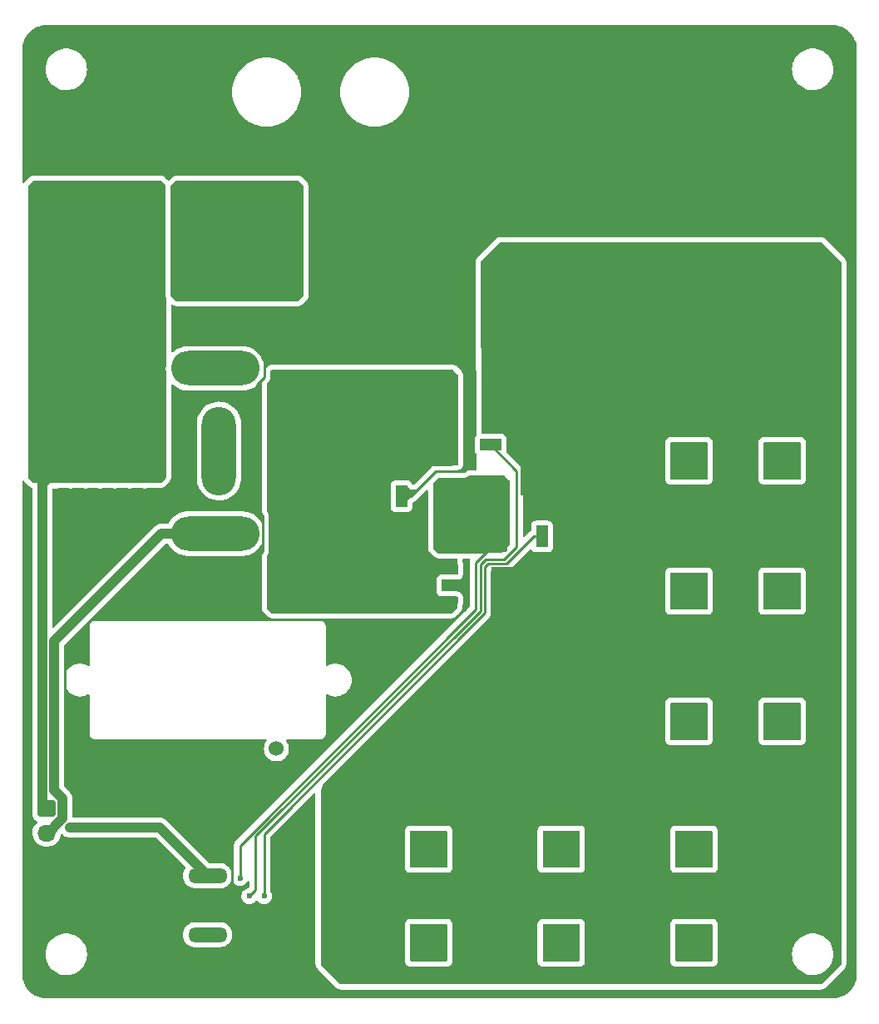
<source format=gbr>
%TF.GenerationSoftware,KiCad,Pcbnew,(6.0.11)*%
%TF.CreationDate,2024-02-29T08:21:51+09:00*%
%TF.ProjectId,LargePW,4c617267-6550-4572-9e6b-696361645f70,rev?*%
%TF.SameCoordinates,Original*%
%TF.FileFunction,Copper,L1,Top*%
%TF.FilePolarity,Positive*%
%FSLAX46Y46*%
G04 Gerber Fmt 4.6, Leading zero omitted, Abs format (unit mm)*
G04 Created by KiCad (PCBNEW (6.0.11)) date 2024-02-29 08:21:51*
%MOMM*%
%LPD*%
G01*
G04 APERTURE LIST*
G04 Aperture macros list*
%AMRoundRect*
0 Rectangle with rounded corners*
0 $1 Rounding radius*
0 $2 $3 $4 $5 $6 $7 $8 $9 X,Y pos of 4 corners*
0 Add a 4 corners polygon primitive as box body*
4,1,4,$2,$3,$4,$5,$6,$7,$8,$9,$2,$3,0*
0 Add four circle primitives for the rounded corners*
1,1,$1+$1,$2,$3*
1,1,$1+$1,$4,$5*
1,1,$1+$1,$6,$7*
1,1,$1+$1,$8,$9*
0 Add four rect primitives between the rounded corners*
20,1,$1+$1,$2,$3,$4,$5,0*
20,1,$1+$1,$4,$5,$6,$7,0*
20,1,$1+$1,$6,$7,$8,$9,0*
20,1,$1+$1,$8,$9,$2,$3,0*%
G04 Aperture macros list end*
%TA.AperFunction,ComponentPad*%
%ADD10O,9.000000X3.500000*%
%TD*%
%TA.AperFunction,ComponentPad*%
%ADD11O,3.500000X9.000000*%
%TD*%
%TA.AperFunction,ComponentPad*%
%ADD12R,3.800000X3.800000*%
%TD*%
%TA.AperFunction,ComponentPad*%
%ADD13C,4.000000*%
%TD*%
%TA.AperFunction,SMDPad,CuDef*%
%ADD14RoundRect,0.237500X0.250000X0.237500X-0.250000X0.237500X-0.250000X-0.237500X0.250000X-0.237500X0*%
%TD*%
%TA.AperFunction,ComponentPad*%
%ADD15RoundRect,0.250000X-0.675000X0.600000X-0.675000X-0.600000X0.675000X-0.600000X0.675000X0.600000X0*%
%TD*%
%TA.AperFunction,ComponentPad*%
%ADD16O,1.850000X1.700000*%
%TD*%
%TA.AperFunction,ComponentPad*%
%ADD17C,2.780000*%
%TD*%
%TA.AperFunction,SMDPad,CuDef*%
%ADD18R,2.200000X1.200000*%
%TD*%
%TA.AperFunction,SMDPad,CuDef*%
%ADD19R,6.400000X5.800000*%
%TD*%
%TA.AperFunction,ComponentPad*%
%ADD20O,4.000000X1.524000*%
%TD*%
%TA.AperFunction,ComponentPad*%
%ADD21C,5.000000*%
%TD*%
%TA.AperFunction,SMDPad,CuDef*%
%ADD22R,1.200000X2.200000*%
%TD*%
%TA.AperFunction,SMDPad,CuDef*%
%ADD23R,5.800000X6.400000*%
%TD*%
%TA.AperFunction,ComponentPad*%
%ADD24C,1.524000*%
%TD*%
%TA.AperFunction,ComponentPad*%
%ADD25R,4.000000X4.000000*%
%TD*%
%TA.AperFunction,ViaPad*%
%ADD26C,0.600000*%
%TD*%
%TA.AperFunction,ViaPad*%
%ADD27C,1.000000*%
%TD*%
%TA.AperFunction,Conductor*%
%ADD28C,0.250000*%
%TD*%
%TA.AperFunction,Conductor*%
%ADD29C,1.000000*%
%TD*%
G04 APERTURE END LIST*
D10*
%TO.P,K1,30*%
%TO.N,/RelayIN*%
X96250000Y-93750000D03*
%TO.P,K1,85*%
%TO.N,ESS*%
X105750000Y-102150000D03*
%TO.P,K1,86*%
%TO.N,RelaySW*%
X105750000Y-85350000D03*
D11*
%TO.P,K1,87*%
%TO.N,/RelayOUT*%
X114150000Y-93750000D03*
%TO.P,K1,87a*%
%TO.N,unconnected-(K1-Pad87a)*%
X106150000Y-93750000D03*
%TD*%
D12*
%TO.P,J2,1,Pin_1*%
%TO.N,GND*%
X127500000Y-134249999D03*
D13*
%TO.P,J2,2,Pin_2*%
%TO.N,VDD*%
X122500000Y-134249999D03*
%TD*%
D12*
%TO.P,J12,1,Pin_1*%
%TO.N,GND*%
X154000000Y-108000000D03*
D13*
%TO.P,J12,2,Pin_2*%
%TO.N,VDD*%
X154000000Y-113000000D03*
%TD*%
D12*
%TO.P,J3,1,Pin_1*%
%TO.N,GND*%
X127500000Y-143750000D03*
D13*
%TO.P,J3,2,Pin_2*%
%TO.N,VDD*%
X122500000Y-143750000D03*
%TD*%
D12*
%TO.P,J6,1,Pin_1*%
%TO.N,GND*%
X154000000Y-94750000D03*
D13*
%TO.P,J6,2,Pin_2*%
%TO.N,VDD*%
X154000000Y-99750000D03*
%TD*%
D14*
%TO.P,R7,1*%
%TO.N,VDD*%
X133500000Y-86750000D03*
%TO.P,R7,2*%
%TO.N,GND*%
X131675000Y-86750000D03*
%TD*%
D15*
%TO.P,J1,1,Pin_1*%
%TO.N,/RelayIN*%
X88600000Y-130100000D03*
D16*
%TO.P,J1,2,Pin_2*%
%TO.N,ESS*%
X88600000Y-132600000D03*
%TD*%
D12*
%TO.P,J9,1,Pin_1*%
%TO.N,GND*%
X154500000Y-143750000D03*
D13*
%TO.P,J9,2,Pin_2*%
%TO.N,VDD*%
X149500000Y-143750000D03*
%TD*%
D12*
%TO.P,J7,1,Pin_1*%
%TO.N,GND*%
X163500000Y-94750000D03*
D13*
%TO.P,J7,2,Pin_2*%
%TO.N,VDD*%
X163500000Y-99750000D03*
%TD*%
D12*
%TO.P,J4,1,Pin_1*%
%TO.N,GND*%
X141000000Y-134250000D03*
D13*
%TO.P,J4,2,Pin_2*%
%TO.N,VDD*%
X136000000Y-134250000D03*
%TD*%
D17*
%TO.P,F1,1*%
%TO.N,+12V*%
X103250000Y-70850000D03*
X103250000Y-74250000D03*
%TO.P,F1,2*%
%TO.N,/RelayIN*%
X93330000Y-74250000D03*
X93330000Y-70850000D03*
%TD*%
D12*
%TO.P,J10,1,Pin_1*%
%TO.N,GND*%
X154000000Y-121250000D03*
D13*
%TO.P,J10,2,Pin_2*%
%TO.N,VDD*%
X154000000Y-126250000D03*
%TD*%
D12*
%TO.P,J11,1,Pin_1*%
%TO.N,GND*%
X163500000Y-121250000D03*
D13*
%TO.P,J11,2,Pin_2*%
%TO.N,VDD*%
X163500000Y-126250000D03*
%TD*%
D12*
%TO.P,J5,1,Pin_1*%
%TO.N,GND*%
X141000000Y-143750001D03*
D13*
%TO.P,J5,2,Pin_2*%
%TO.N,VDD*%
X136000000Y-143750001D03*
%TD*%
D18*
%TO.P,Q1,1,G*%
%TO.N,GND*%
X129950000Y-107430000D03*
D19*
%TO.P,Q1,2,D*%
%TO.N,/RelayOUT*%
X123650000Y-105150000D03*
D18*
%TO.P,Q1,3,S*%
%TO.N,/S-S*%
X129950000Y-102870000D03*
%TD*%
D12*
%TO.P,J13,1,Pin_1*%
%TO.N,GND*%
X163500000Y-108000000D03*
D13*
%TO.P,J13,2,Pin_2*%
%TO.N,VDD*%
X163500000Y-113000000D03*
%TD*%
D20*
%TO.P,SW1,1,A*%
%TO.N,Net-(Q5-Pad1)*%
X105000000Y-142928349D03*
%TO.P,SW1,2,B*%
%TO.N,/RelayIN*%
X105000000Y-136928349D03*
%TD*%
D21*
%TO.P,H1,1,1*%
%TO.N,GND*%
X122000000Y-72250000D03*
%TD*%
D22*
%TO.P,Q4,1,G*%
%TO.N,Net-(Q4-Pad1)*%
X139030000Y-102450000D03*
D23*
%TO.P,Q4,2,D*%
%TO.N,VDD*%
X136750000Y-108750000D03*
D22*
%TO.P,Q4,3,S*%
%TO.N,/S-S*%
X134470000Y-102450000D03*
%TD*%
D12*
%TO.P,J8,1,Pin_1*%
%TO.N,GND*%
X154500000Y-134250000D03*
D13*
%TO.P,J8,2,Pin_2*%
%TO.N,VDD*%
X149500000Y-134250000D03*
%TD*%
D24*
%TO.P,MES1,1,-*%
%TO.N,GND*%
X114000000Y-124050000D03*
%TO.P,MES1,2,+*%
%TO.N,VDD*%
X112000000Y-124035000D03*
%TD*%
D21*
%TO.P,H2,1,1*%
%TO.N,+12V*%
X111000000Y-72250000D03*
%TD*%
D22*
%TO.P,Q2,1,G*%
%TO.N,GND*%
X124720000Y-98350000D03*
D23*
%TO.P,Q2,2,D*%
%TO.N,/RelayOUT*%
X127000000Y-92050000D03*
D22*
%TO.P,Q2,3,S*%
%TO.N,/S-S*%
X129280000Y-98350000D03*
%TD*%
D18*
%TO.P,Q3,1,G*%
%TO.N,Net-(Q3-Pad1)*%
X133800000Y-93120000D03*
D19*
%TO.P,Q3,2,D*%
%TO.N,VDD*%
X140100000Y-95400000D03*
D18*
%TO.P,Q3,3,S*%
%TO.N,/S-S*%
X133800000Y-97680000D03*
%TD*%
D25*
%TO.P,C2,1*%
%TO.N,VDD*%
X149500000Y-77619000D03*
D13*
%TO.P,C2,2*%
%TO.N,GND*%
X149500000Y-67619000D03*
%TD*%
D26*
%TO.N,/S-S*%
X133750000Y-99250000D03*
X129250000Y-97000000D03*
X128500000Y-99250000D03*
X128500000Y-103000000D03*
X129250000Y-103750000D03*
X130750000Y-99250000D03*
X135250000Y-97750000D03*
X132250000Y-102250000D03*
X128500000Y-100000000D03*
X134500000Y-97750000D03*
X133750000Y-100750000D03*
X133750000Y-103000000D03*
X130750000Y-97750000D03*
X130000000Y-103000000D03*
X131500000Y-103750000D03*
X135250000Y-99250000D03*
X128500000Y-100750000D03*
X130000000Y-98500000D03*
X132250000Y-98500000D03*
X135250000Y-100000000D03*
X128500000Y-101500000D03*
X131500000Y-100000000D03*
X134500000Y-103000000D03*
X133000000Y-102250000D03*
X134500000Y-98500000D03*
X130000000Y-101500000D03*
X135250000Y-97000000D03*
X130000000Y-100000000D03*
X131500000Y-103000000D03*
X129250000Y-97750000D03*
X133750000Y-101500000D03*
X130750000Y-100750000D03*
X133750000Y-97750000D03*
X131500000Y-101500000D03*
X129250000Y-101500000D03*
X133000000Y-100750000D03*
X130750000Y-103000000D03*
X133000000Y-99250000D03*
X134500000Y-100750000D03*
X130750000Y-102250000D03*
X128500000Y-103750000D03*
X128500000Y-98500000D03*
X134500000Y-103750000D03*
X131500000Y-98500000D03*
X130750000Y-98500000D03*
X133000000Y-100000000D03*
X134500000Y-99250000D03*
X129250000Y-100000000D03*
X128500000Y-97000000D03*
X129250000Y-103000000D03*
X131500000Y-102250000D03*
X130000000Y-97750000D03*
X133000000Y-98500000D03*
X129250000Y-98500000D03*
X133000000Y-101500000D03*
X135250000Y-103750000D03*
X130000000Y-99250000D03*
X135250000Y-102250000D03*
X129250000Y-100750000D03*
X135250000Y-103000000D03*
X132250000Y-100750000D03*
X130000000Y-103750000D03*
X130000000Y-97000000D03*
X131500000Y-99250000D03*
X108300000Y-137172500D03*
X133750000Y-103750000D03*
X135250000Y-100750000D03*
X133000000Y-103000000D03*
X130750000Y-100000000D03*
X132250000Y-103750000D03*
X133750000Y-102250000D03*
X134500000Y-101500000D03*
X134500000Y-102250000D03*
X131500000Y-100750000D03*
X133000000Y-97750000D03*
X134500000Y-97000000D03*
X132250000Y-101500000D03*
X128500000Y-102250000D03*
X130000000Y-102250000D03*
X130750000Y-101500000D03*
X129250000Y-99250000D03*
X132250000Y-97750000D03*
X135250000Y-98500000D03*
X132250000Y-100000000D03*
X130750000Y-103750000D03*
X130750000Y-97000000D03*
X128500000Y-97750000D03*
X132250000Y-99250000D03*
X135250000Y-101500000D03*
X131500000Y-97750000D03*
X132250000Y-97000000D03*
X129250000Y-102250000D03*
X132250000Y-103000000D03*
X134500000Y-100000000D03*
X133000000Y-103750000D03*
X133750000Y-97000000D03*
X133000000Y-97000000D03*
X130000000Y-100750000D03*
X133750000Y-98500000D03*
X131500000Y-97000000D03*
X133750000Y-100000000D03*
%TO.N,GND*%
X170500000Y-95000000D03*
X122250000Y-61750000D03*
X91000000Y-123250000D03*
X131500000Y-87750000D03*
X148750000Y-54750000D03*
X98000000Y-98000000D03*
X169750000Y-148500000D03*
X170500000Y-126750000D03*
X136500000Y-70750000D03*
X117500000Y-111250000D03*
X153500000Y-61250000D03*
X127750000Y-60250000D03*
X110250000Y-123750000D03*
X117500000Y-115000000D03*
X122500000Y-81500000D03*
X87500000Y-52500000D03*
X154000000Y-71500000D03*
X115500000Y-140750000D03*
X111250000Y-65000000D03*
X102000000Y-138000000D03*
X94000000Y-130500000D03*
X131250000Y-105000000D03*
X96750000Y-133500000D03*
X144750000Y-56250000D03*
X117250000Y-57000000D03*
X117500000Y-76250000D03*
X170500000Y-120750000D03*
X121000000Y-111250000D03*
X145000000Y-71000000D03*
X114750000Y-84500000D03*
X98000000Y-142250000D03*
X102500000Y-144250000D03*
X103250000Y-107250000D03*
X111000000Y-84500000D03*
X105250000Y-88250000D03*
X130750000Y-56000000D03*
X164750000Y-62750000D03*
X111500000Y-126000000D03*
X115500000Y-129750000D03*
X130000000Y-76750000D03*
X117000000Y-81250000D03*
X90250000Y-133500000D03*
X170000000Y-66250000D03*
X92750000Y-123250000D03*
X94000000Y-126750000D03*
X115500000Y-144500000D03*
X117250000Y-149000000D03*
X86750000Y-111000000D03*
X145750000Y-63250000D03*
X160500000Y-56250000D03*
X93000000Y-139250000D03*
X101750000Y-79500000D03*
X98250000Y-135250000D03*
X110500000Y-52750000D03*
X110250000Y-130000000D03*
X90000000Y-137000000D03*
X128750000Y-82500000D03*
X127000000Y-73500000D03*
X93000000Y-134000000D03*
X102000000Y-123500000D03*
X149750000Y-51250000D03*
X92500000Y-119000000D03*
X131000000Y-65250000D03*
X104000000Y-54250000D03*
X169000000Y-52250000D03*
X91000000Y-141750000D03*
X131750000Y-74250000D03*
X92250000Y-103500000D03*
X126250000Y-68000000D03*
X102250000Y-136250000D03*
X105000000Y-128250000D03*
X156250000Y-51250000D03*
X131250000Y-107250000D03*
X86750000Y-106250000D03*
X105750000Y-82500000D03*
X160250000Y-71000000D03*
X107500000Y-50750000D03*
X106000000Y-99250000D03*
X87500000Y-140750000D03*
X170500000Y-132750000D03*
X109500000Y-91000000D03*
X86750000Y-129000000D03*
X92500000Y-115000000D03*
X100500000Y-139250000D03*
X135000000Y-56500000D03*
X170500000Y-140250000D03*
X90750000Y-127500000D03*
X102000000Y-127000000D03*
X97500000Y-130250000D03*
X127500000Y-64250000D03*
X108000000Y-146750000D03*
X131250000Y-109500000D03*
X123750000Y-149000000D03*
X105500000Y-148750000D03*
X170500000Y-83000000D03*
X103500000Y-146500000D03*
X90500000Y-110000000D03*
X94000000Y-110500000D03*
X106000000Y-65250000D03*
X89500000Y-106500000D03*
X96000000Y-142500000D03*
X121000000Y-52500000D03*
X104250000Y-61000000D03*
X89750000Y-98250000D03*
X137500000Y-63250000D03*
X87250000Y-137500000D03*
X106750000Y-57750000D03*
X122250000Y-66250000D03*
X142250000Y-67750000D03*
X117500000Y-123000000D03*
X167547745Y-148939817D03*
X93750000Y-144250000D03*
X166750000Y-52250000D03*
X120250000Y-120000000D03*
X97500000Y-123500000D03*
X120000000Y-84500000D03*
X149250000Y-60500000D03*
X92500000Y-112500000D03*
X125500000Y-111250000D03*
X97500000Y-102750000D03*
X131500000Y-85500000D03*
X106500000Y-123500000D03*
X110250000Y-110500000D03*
X112250000Y-139750000D03*
X90750000Y-57750000D03*
X112250000Y-133250000D03*
X91000000Y-65000000D03*
X86750000Y-115500000D03*
X100250000Y-148750000D03*
X113750000Y-135250000D03*
X131500000Y-90000000D03*
X105750000Y-79500000D03*
X98250000Y-146250000D03*
X163250000Y-51250000D03*
X133634266Y-148939817D03*
X90750000Y-118750000D03*
X150493366Y-148939817D03*
X163750000Y-54250000D03*
X117500000Y-119250000D03*
X86500000Y-97750000D03*
X93750000Y-54500000D03*
X135000000Y-51000000D03*
X126500000Y-56500000D03*
X96250000Y-65250000D03*
X110250000Y-100000000D03*
X126000000Y-84250000D03*
X137250000Y-58750000D03*
X143000000Y-51000000D03*
X90000000Y-134500000D03*
X110250000Y-79750000D03*
X97500000Y-126750000D03*
X130750000Y-70500000D03*
X108250000Y-127000000D03*
X166250000Y-67750000D03*
X86500000Y-65250000D03*
X90750000Y-51750000D03*
X114250000Y-79750000D03*
X87000000Y-134000000D03*
X157750000Y-61750000D03*
X108000000Y-142250000D03*
X131000000Y-51750000D03*
X92250000Y-100000000D03*
X115500000Y-137000000D03*
X99500000Y-51000000D03*
X142250000Y-61250000D03*
X113000000Y-127500000D03*
X113750000Y-131750000D03*
X131770000Y-95160000D03*
X96000000Y-139500000D03*
X170500000Y-74750000D03*
X116000000Y-66000000D03*
X107250000Y-135500000D03*
X95250000Y-51500000D03*
X107250000Y-144250000D03*
X115250000Y-125250000D03*
X144830270Y-148939817D03*
X161819557Y-148939817D03*
X96500000Y-56750000D03*
X94250000Y-106000000D03*
X170500000Y-115000000D03*
X132250000Y-61750000D03*
X128687194Y-148939817D03*
X100500000Y-100250000D03*
X160000000Y-66000000D03*
X122750000Y-117750000D03*
X86750000Y-102000000D03*
X100750000Y-103750000D03*
X116250000Y-51000000D03*
X115500000Y-133500000D03*
X110000000Y-104500000D03*
X116250000Y-72250000D03*
X109750000Y-82750000D03*
X99500000Y-133750000D03*
X120500000Y-79000000D03*
X99750000Y-58250000D03*
X154000000Y-55500000D03*
X170500000Y-146500000D03*
X95000000Y-100750000D03*
X86750000Y-119750000D03*
X105250000Y-135000000D03*
X95000000Y-137250000D03*
X107250000Y-133250000D03*
X105250000Y-110250000D03*
X99000000Y-110500000D03*
X87500000Y-57750000D03*
X99750000Y-136750000D03*
X126250000Y-51000000D03*
X111750000Y-142250000D03*
X170500000Y-109500000D03*
X89750000Y-102000000D03*
X170000000Y-61250000D03*
X170500000Y-70500000D03*
X131500000Y-92500000D03*
X88000000Y-147500000D03*
X126500000Y-79000000D03*
X119500000Y-63250000D03*
X120000000Y-117250000D03*
X110250000Y-148750000D03*
X100500000Y-65250000D03*
X90750000Y-115250000D03*
X157250000Y-56000000D03*
X93250000Y-61000000D03*
X156481926Y-148939817D03*
X107250000Y-107250000D03*
X138250000Y-53750000D03*
X166500000Y-58000000D03*
X121250000Y-115000000D03*
X136500000Y-67000000D03*
X112000000Y-137500000D03*
X110000000Y-87750000D03*
X131500000Y-80250000D03*
X125500000Y-115000000D03*
X154500000Y-66000000D03*
X93750000Y-98000000D03*
X87500000Y-144250000D03*
X105000000Y-131500000D03*
X105500000Y-104750000D03*
X170500000Y-89500000D03*
X123500000Y-77000000D03*
X115500000Y-57000000D03*
X112500000Y-145750000D03*
X111250000Y-61500000D03*
X101250000Y-131250000D03*
X169500000Y-56750000D03*
X129250000Y-111250000D03*
X98250000Y-106750000D03*
X116500000Y-61750000D03*
X167750000Y-70500000D03*
X99250000Y-61500000D03*
X95000000Y-148750000D03*
X118750000Y-68500000D03*
X138971896Y-148939817D03*
X100500000Y-144000000D03*
X115250000Y-148750000D03*
X86750000Y-61500000D03*
X97750000Y-138500000D03*
X109500000Y-95500000D03*
X101750000Y-83000000D03*
X91000000Y-113750000D03*
X104000000Y-89250000D03*
X87250000Y-54750000D03*
X103250000Y-97250000D03*
X86750000Y-124000000D03*
X162000000Y-67000000D03*
X170500000Y-102250000D03*
X91250000Y-148000000D03*
%TO.N,+12V*%
X108000000Y-68250000D03*
X106500000Y-77250000D03*
X112500000Y-77250000D03*
X103500000Y-77250000D03*
X105000000Y-66750000D03*
X108000000Y-69750000D03*
X102000000Y-77250000D03*
X112500000Y-68250000D03*
X114000000Y-77250000D03*
X105000000Y-69750000D03*
X113000000Y-74750000D03*
X106500000Y-69750000D03*
X105000000Y-68250000D03*
X111000000Y-75750000D03*
X103500000Y-66750000D03*
X111000000Y-77250000D03*
X104000000Y-76250000D03*
X107500000Y-71250000D03*
X114000000Y-68250000D03*
X108000000Y-74250000D03*
X103500000Y-68250000D03*
X108000000Y-66750000D03*
X109500000Y-77250000D03*
X111000000Y-68250000D03*
X106500000Y-71250000D03*
X109500000Y-69250000D03*
X106500000Y-75750000D03*
X114000000Y-66750000D03*
X112500000Y-75750000D03*
X105000000Y-75750000D03*
X105500000Y-74250000D03*
X103000000Y-76250000D03*
X114000000Y-75750000D03*
X108000000Y-75750000D03*
X112500000Y-69250000D03*
X102000000Y-75750000D03*
X114000000Y-72750000D03*
X111000000Y-66750000D03*
X109500000Y-75750000D03*
X108000000Y-72750000D03*
X102000000Y-72750000D03*
X114000000Y-69750000D03*
X112500000Y-66750000D03*
X106500000Y-68250000D03*
X114000000Y-71250000D03*
X106500000Y-72750000D03*
X106500000Y-66750000D03*
X109000000Y-74750000D03*
X108000000Y-77250000D03*
X114000000Y-74250000D03*
X109500000Y-66750000D03*
X105500000Y-71250000D03*
X109500000Y-68250000D03*
X106500000Y-74250000D03*
X102000000Y-68250000D03*
X102000000Y-66750000D03*
X105000000Y-77250000D03*
X105000000Y-72750000D03*
%TO.N,/RelayIN*%
X98500000Y-89250000D03*
X98500000Y-74250000D03*
X94000000Y-66750000D03*
X88000000Y-71250000D03*
X97000000Y-87750000D03*
X97000000Y-80250000D03*
X98500000Y-66750000D03*
X88000000Y-68250000D03*
X95500000Y-68250000D03*
X92500000Y-81750000D03*
X95500000Y-86250000D03*
X95500000Y-80250000D03*
X92500000Y-96750000D03*
X88000000Y-83250000D03*
X95500000Y-96750000D03*
X97000000Y-86250000D03*
X89500000Y-66750000D03*
X89500000Y-87750000D03*
X97000000Y-89250000D03*
X98500000Y-72750000D03*
X100000000Y-87750000D03*
X94000000Y-89250000D03*
X89500000Y-72750000D03*
X97000000Y-96750000D03*
X100000000Y-86250000D03*
X91000000Y-87750000D03*
X97000000Y-77250000D03*
X98500000Y-83250000D03*
X100000000Y-69750000D03*
X88000000Y-66750000D03*
X91000000Y-71250000D03*
X89500000Y-81750000D03*
X94000000Y-68250000D03*
X89500000Y-84750000D03*
X92500000Y-68250000D03*
X94000000Y-78750000D03*
X92500000Y-87750000D03*
X88000000Y-74250000D03*
X88000000Y-86250000D03*
X91000000Y-81750000D03*
X97000000Y-66750000D03*
X94000000Y-86250000D03*
X88000000Y-78750000D03*
X88000000Y-77250000D03*
X91000000Y-90750000D03*
X97000000Y-78750000D03*
X100000000Y-66750000D03*
X95500000Y-90750000D03*
X91000000Y-66750000D03*
X94000000Y-87750000D03*
X98500000Y-69750000D03*
X89500000Y-90750000D03*
X100000000Y-72750000D03*
X95500000Y-66750000D03*
X97000000Y-71250000D03*
X89500000Y-77250000D03*
X97000000Y-74250000D03*
X94000000Y-80250000D03*
X89500000Y-89250000D03*
X97000000Y-90750000D03*
X98500000Y-78750000D03*
X92500000Y-89250000D03*
X91000000Y-78750000D03*
X92500000Y-84750000D03*
X88000000Y-90750000D03*
X98500000Y-75750000D03*
X89500000Y-86250000D03*
X91000000Y-86250000D03*
X100000000Y-71250000D03*
X91000000Y-84750000D03*
X92500000Y-80250000D03*
X91000000Y-68250000D03*
X88000000Y-92250000D03*
X100000000Y-74250000D03*
X98500000Y-90750000D03*
X88000000Y-93750000D03*
X100000000Y-68250000D03*
X95500000Y-89250000D03*
X89500000Y-74250000D03*
X95500000Y-81750000D03*
X89500000Y-71250000D03*
X95500000Y-74250000D03*
X95500000Y-72750000D03*
X94000000Y-83250000D03*
X97000000Y-84750000D03*
X100000000Y-80250000D03*
X94000000Y-77250000D03*
X91000000Y-69750000D03*
X88000000Y-89250000D03*
X88000000Y-72750000D03*
X98500000Y-87750000D03*
X97000000Y-81750000D03*
X91000000Y-96750000D03*
X91000000Y-89250000D03*
X91000000Y-93750000D03*
X92500000Y-78750000D03*
X91000000Y-80250000D03*
X89500000Y-69750000D03*
X89500000Y-68250000D03*
X100000000Y-75750000D03*
X100000000Y-84750000D03*
X92500000Y-86250000D03*
X89500000Y-95250000D03*
X94000000Y-90750000D03*
X92500000Y-83250000D03*
X100000000Y-77250000D03*
X88000000Y-87750000D03*
X95500000Y-69750000D03*
X95500000Y-83250000D03*
X94000000Y-81750000D03*
X100000000Y-78750000D03*
X91000000Y-74250000D03*
X97000000Y-72750000D03*
X100000000Y-90750000D03*
X89500000Y-80250000D03*
X97000000Y-68250000D03*
X91000000Y-72750000D03*
X92500000Y-90750000D03*
X89500000Y-78750000D03*
X98500000Y-77250000D03*
X88000000Y-84750000D03*
X89500000Y-83250000D03*
X89500000Y-75750000D03*
X91000000Y-75750000D03*
X98500000Y-81750000D03*
X91000000Y-83250000D03*
X95500000Y-84750000D03*
X92500000Y-66750000D03*
X98500000Y-84750000D03*
X91000000Y-92250000D03*
X100000000Y-81750000D03*
X97000000Y-75750000D03*
X88000000Y-69750000D03*
X89500000Y-96750000D03*
D27*
X90979626Y-132055385D03*
D26*
X98500000Y-96750000D03*
X89500000Y-93750000D03*
X91000000Y-95250000D03*
X88000000Y-95250000D03*
X95500000Y-77250000D03*
X94000000Y-96750000D03*
X88000000Y-75750000D03*
X89500000Y-92250000D03*
X100000000Y-83250000D03*
X95500000Y-78750000D03*
X95500000Y-75750000D03*
X88000000Y-96750000D03*
X98500000Y-80250000D03*
X91000000Y-77250000D03*
X94000000Y-84750000D03*
X88000000Y-80250000D03*
X97000000Y-83250000D03*
X88000000Y-81750000D03*
X97000000Y-69750000D03*
X100000000Y-89250000D03*
X100000000Y-96250000D03*
X92500000Y-77250000D03*
X95500000Y-71250000D03*
X95500000Y-87750000D03*
X98500000Y-68250000D03*
X98500000Y-71250000D03*
X98500000Y-86250000D03*
%TO.N,/RelayOUT*%
X117000000Y-109250000D03*
X117000000Y-107250000D03*
X118000000Y-100250000D03*
X115000000Y-109250000D03*
X126000000Y-109750000D03*
X125000000Y-95250000D03*
X118000000Y-92250000D03*
X123000000Y-105250000D03*
X130000000Y-92250000D03*
X126000000Y-102250000D03*
X121000000Y-105250000D03*
X115000000Y-103250000D03*
X118000000Y-86250000D03*
X116000000Y-98250000D03*
X116000000Y-106250000D03*
X127000000Y-91250000D03*
X124000000Y-88250000D03*
X120000000Y-104250000D03*
X118000000Y-90250000D03*
X127000000Y-93250000D03*
X116000000Y-100250000D03*
X130000000Y-94250000D03*
X126000000Y-104250000D03*
X122000000Y-90250000D03*
X117000000Y-91250000D03*
X113000000Y-101250000D03*
X119000000Y-89250000D03*
X121000000Y-103250000D03*
X119000000Y-99250000D03*
X129000000Y-91250000D03*
X126000000Y-90250000D03*
X114000000Y-104250000D03*
X120000000Y-106250000D03*
X122000000Y-106250000D03*
X116000000Y-102250000D03*
X124000000Y-104250000D03*
X119000000Y-87250000D03*
X116000000Y-86250000D03*
X127000000Y-89250000D03*
X120000000Y-90250000D03*
X127000000Y-103250000D03*
X120000000Y-100250000D03*
X123000000Y-99250000D03*
X121000000Y-107250000D03*
X112000000Y-94250000D03*
X118000000Y-94250000D03*
X113000000Y-107250000D03*
X125000000Y-87250000D03*
X129000000Y-87250000D03*
X127000000Y-109250000D03*
X118000000Y-106250000D03*
X128000000Y-108250000D03*
X117000000Y-103250000D03*
X112000000Y-88250000D03*
X124000000Y-106250000D03*
X124000000Y-90250000D03*
X125000000Y-89250000D03*
X119000000Y-97250000D03*
X127000000Y-98750000D03*
X119000000Y-101250000D03*
X125000000Y-91250000D03*
X117000000Y-97250000D03*
X129000000Y-109250000D03*
X121000000Y-89250000D03*
X121000000Y-97250000D03*
X112000000Y-90250000D03*
X113000000Y-105250000D03*
X124000000Y-102250000D03*
X117000000Y-101250000D03*
X117000000Y-105250000D03*
X121000000Y-99250000D03*
X116000000Y-88250000D03*
X121000000Y-95250000D03*
X123000000Y-93250000D03*
X118000000Y-102250000D03*
X127500000Y-104750000D03*
X128000000Y-88250000D03*
X119000000Y-91250000D03*
X114000000Y-100250000D03*
X116000000Y-109750000D03*
X112000000Y-100250000D03*
X124000000Y-100250000D03*
X123000000Y-89250000D03*
X125000000Y-93250000D03*
X118000000Y-104250000D03*
X121000000Y-91250000D03*
X124000000Y-86250000D03*
X122000000Y-104250000D03*
X123000000Y-91250000D03*
X122000000Y-109750000D03*
X116000000Y-104250000D03*
X112000000Y-86250000D03*
X115000000Y-99250000D03*
X112000000Y-102250000D03*
X130000000Y-109750000D03*
X120000000Y-102250000D03*
X113000000Y-99250000D03*
X113000000Y-109250000D03*
X128000000Y-92250000D03*
X112000000Y-106250000D03*
X119000000Y-93250000D03*
X127000000Y-87250000D03*
X121000000Y-109250000D03*
X123000000Y-95250000D03*
X115000000Y-87250000D03*
X127000000Y-107250000D03*
X129000000Y-89250000D03*
X122000000Y-94250000D03*
X126000000Y-100250000D03*
X125000000Y-105250000D03*
X128000000Y-109750000D03*
X123000000Y-101250000D03*
X120000000Y-92250000D03*
X129000000Y-105250000D03*
X114000000Y-108250000D03*
X120000000Y-98250000D03*
X114000000Y-102250000D03*
X123000000Y-103250000D03*
X112000000Y-92250000D03*
X124000000Y-108250000D03*
X125000000Y-101250000D03*
X115000000Y-101250000D03*
X126000000Y-94250000D03*
X127000000Y-95250000D03*
X120000000Y-94250000D03*
X122000000Y-100250000D03*
X123000000Y-97250000D03*
X126000000Y-96250000D03*
X130000000Y-90250000D03*
X118000000Y-88250000D03*
X122000000Y-86250000D03*
X124000000Y-109750000D03*
X117000000Y-89250000D03*
X116000000Y-108250000D03*
X127000000Y-101250000D03*
X118000000Y-96250000D03*
X121000000Y-101250000D03*
X114000000Y-109750000D03*
X119000000Y-105250000D03*
X121000000Y-87250000D03*
X128000000Y-106250000D03*
X118000000Y-98250000D03*
X122000000Y-96250000D03*
X117000000Y-99250000D03*
X119000000Y-109250000D03*
X120000000Y-108250000D03*
X115000000Y-107250000D03*
X120000000Y-96250000D03*
X118000000Y-108250000D03*
X130000000Y-86250000D03*
X114000000Y-106250000D03*
X126000000Y-108250000D03*
X128000000Y-86250000D03*
X120000000Y-88250000D03*
X128000000Y-90250000D03*
X129000000Y-93250000D03*
X119000000Y-107250000D03*
X126000000Y-92250000D03*
X122000000Y-92250000D03*
X120000000Y-86250000D03*
X126000000Y-86250000D03*
X122000000Y-98250000D03*
X122000000Y-88250000D03*
X114000000Y-88250000D03*
X126000000Y-106250000D03*
X124000000Y-96250000D03*
X124000000Y-94250000D03*
X123000000Y-109250000D03*
X125000000Y-103250000D03*
X124000000Y-92250000D03*
X112000000Y-108250000D03*
X112000000Y-104250000D03*
X126000000Y-88250000D03*
X113000000Y-103250000D03*
X125000000Y-107250000D03*
X125000000Y-109250000D03*
X117000000Y-93250000D03*
X123000000Y-107250000D03*
X112000000Y-96250000D03*
X114000000Y-86250000D03*
X117000000Y-95250000D03*
X112000000Y-98250000D03*
X129000000Y-94750000D03*
X119000000Y-103250000D03*
X119000000Y-95250000D03*
X128000000Y-94250000D03*
X122000000Y-108250000D03*
X112000000Y-109750000D03*
X113000000Y-87250000D03*
X121000000Y-93250000D03*
X117000000Y-87250000D03*
X120000000Y-109750000D03*
X118000000Y-109750000D03*
X130000000Y-88250000D03*
X115000000Y-105250000D03*
X123000000Y-87250000D03*
X130000000Y-105750000D03*
X122000000Y-102250000D03*
%TO.N,Net-(Q3-Pad1)*%
X109250000Y-139015849D03*
%TO.N,Net-(Q4-Pad1)*%
X110750000Y-139015849D03*
%TD*%
D28*
%TO.N,/S-S*%
X108300000Y-133880000D02*
X108300000Y-137172500D01*
X132310000Y-105093604D02*
X132310000Y-109870000D01*
X134470000Y-102450000D02*
X134470000Y-102933604D01*
X134470000Y-102933604D02*
X132310000Y-105093604D01*
X132310000Y-109870000D02*
X108300000Y-133880000D01*
%TO.N,GND*%
X90750000Y-115250000D02*
X90750000Y-115750000D01*
X107500000Y-136250000D02*
X107500000Y-141750000D01*
X90750000Y-115750000D02*
X90500000Y-116000000D01*
X107250000Y-135500000D02*
X107250000Y-136000000D01*
X107500000Y-141750000D02*
X108000000Y-142250000D01*
X90500000Y-116000000D02*
X90500000Y-118000000D01*
X107250000Y-136000000D02*
X107500000Y-136250000D01*
X110575000Y-100325000D02*
X110575000Y-103925000D01*
X131110000Y-95820000D02*
X131770000Y-95160000D01*
X90750000Y-118250000D02*
X90500000Y-118000000D01*
X110000000Y-87750000D02*
X110000000Y-87000000D01*
X128240000Y-95820000D02*
X131110000Y-95820000D01*
X110000000Y-87000000D02*
X110750000Y-86250000D01*
X129750000Y-111250000D02*
X131250000Y-109750000D01*
X110750000Y-86250000D02*
X110750000Y-84750000D01*
X110575000Y-103925000D02*
X110000000Y-104500000D01*
X125710000Y-98350000D02*
X128240000Y-95820000D01*
X110250000Y-100000000D02*
X110575000Y-100325000D01*
X131250000Y-109750000D02*
X131250000Y-109500000D01*
X110750000Y-84750000D02*
X111000000Y-84500000D01*
X129250000Y-111250000D02*
X129750000Y-111250000D01*
X90750000Y-118750000D02*
X90750000Y-118250000D01*
X124720000Y-98350000D02*
X125710000Y-98350000D01*
D29*
%TO.N,ESS*%
X90225000Y-129106497D02*
X89350000Y-128231497D01*
X90225000Y-131093503D02*
X90225000Y-129106497D01*
X89975000Y-131343503D02*
X90225000Y-131093503D01*
X100310000Y-102150000D02*
X105750000Y-102150000D01*
X89350000Y-128231497D02*
X89350000Y-113110000D01*
X88775000Y-132600000D02*
X89975000Y-131400000D01*
X88600000Y-132600000D02*
X88775000Y-132600000D01*
X89350000Y-113110000D02*
X100310000Y-102150000D01*
X89975000Y-131400000D02*
X89975000Y-131343503D01*
%TO.N,/RelayIN*%
X90979626Y-132055385D02*
X100127036Y-132055385D01*
X91500000Y-93750000D02*
X96250000Y-93750000D01*
X88600000Y-130100000D02*
X88150000Y-129650000D01*
X88150000Y-97100000D02*
X91500000Y-93750000D01*
X100127036Y-132055385D02*
X105000000Y-136928349D01*
X88150000Y-129650000D02*
X88150000Y-97100000D01*
D28*
%TO.N,Net-(Q3-Pad1)*%
X132760000Y-105280000D02*
X132760000Y-110056396D01*
X109890000Y-138375849D02*
X109250000Y-139015849D01*
X133800000Y-93140000D02*
X136470000Y-95810000D01*
X135195000Y-104775000D02*
X133265000Y-104775000D01*
X133265000Y-104775000D02*
X132760000Y-105280000D01*
X133800000Y-93120000D02*
X133800000Y-93140000D01*
X136470000Y-103500000D02*
X135195000Y-104775000D01*
X109890000Y-132926396D02*
X109890000Y-138375849D01*
X136470000Y-95810000D02*
X136470000Y-103500000D01*
X132760000Y-110056396D02*
X109890000Y-132926396D01*
%TO.N,Net-(Q4-Pad1)*%
X133210000Y-110242792D02*
X110750000Y-132702792D01*
X133210000Y-105540000D02*
X133210000Y-110242792D01*
X133525000Y-105225000D02*
X133210000Y-105540000D01*
X110750000Y-132702792D02*
X110750000Y-139015849D01*
X138220000Y-102450000D02*
X135445000Y-105225000D01*
X139030000Y-102450000D02*
X138220000Y-102450000D01*
X135445000Y-105225000D02*
X133525000Y-105225000D01*
%TD*%
%TA.AperFunction,Conductor*%
%TO.N,/S-S*%
G36*
X135265931Y-96270002D02*
G01*
X135286905Y-96286905D01*
X135713095Y-96713095D01*
X135747121Y-96775407D01*
X135750000Y-96802190D01*
X135750000Y-103271905D01*
X135729998Y-103340026D01*
X135713095Y-103361000D01*
X134969500Y-104104595D01*
X134907188Y-104138621D01*
X134880405Y-104141500D01*
X133343767Y-104141500D01*
X133332584Y-104140973D01*
X133325091Y-104139298D01*
X133317165Y-104139547D01*
X133317164Y-104139547D01*
X133257001Y-104141438D01*
X133253043Y-104141500D01*
X133225144Y-104141500D01*
X133221154Y-104142004D01*
X133209320Y-104142936D01*
X133165111Y-104144326D01*
X133157500Y-104146537D01*
X133149667Y-104147778D01*
X133149526Y-104146886D01*
X133127647Y-104150000D01*
X128502190Y-104150000D01*
X128434069Y-104129998D01*
X128413095Y-104113095D01*
X127986905Y-103686905D01*
X127952879Y-103624593D01*
X127950000Y-103597810D01*
X127950000Y-97058094D01*
X127970002Y-96989973D01*
X127986905Y-96968999D01*
X128465499Y-96490405D01*
X128527811Y-96456379D01*
X128554594Y-96453500D01*
X131031233Y-96453500D01*
X131042416Y-96454027D01*
X131049909Y-96455702D01*
X131057835Y-96455453D01*
X131057836Y-96455453D01*
X131117986Y-96453562D01*
X131121945Y-96453500D01*
X131149856Y-96453500D01*
X131153791Y-96453003D01*
X131153856Y-96452995D01*
X131165693Y-96452062D01*
X131197951Y-96451048D01*
X131201970Y-96450922D01*
X131209889Y-96450673D01*
X131229343Y-96445021D01*
X131248700Y-96441013D01*
X131260930Y-96439468D01*
X131260931Y-96439468D01*
X131268797Y-96438474D01*
X131276168Y-96435555D01*
X131276170Y-96435555D01*
X131309912Y-96422196D01*
X131321142Y-96418351D01*
X131355983Y-96408229D01*
X131355984Y-96408229D01*
X131363593Y-96406018D01*
X131370412Y-96401985D01*
X131370417Y-96401983D01*
X131381028Y-96395707D01*
X131398776Y-96387012D01*
X131417617Y-96379552D01*
X131453387Y-96353564D01*
X131463307Y-96347048D01*
X131494535Y-96328580D01*
X131494538Y-96328578D01*
X131501362Y-96324542D01*
X131515683Y-96310221D01*
X131530717Y-96297380D01*
X131540693Y-96290132D01*
X131547107Y-96285472D01*
X131549019Y-96283161D01*
X131610412Y-96252099D01*
X131633316Y-96250000D01*
X135197810Y-96250000D01*
X135265931Y-96270002D01*
G37*
%TD.AperFunction*%
%TD*%
%TA.AperFunction,Conductor*%
%TO.N,+12V*%
G36*
X114265931Y-66270002D02*
G01*
X114286905Y-66286905D01*
X114713095Y-66713095D01*
X114747121Y-66775407D01*
X114750000Y-66802190D01*
X114750000Y-77947810D01*
X114729998Y-78015931D01*
X114713095Y-78036905D01*
X114286905Y-78463095D01*
X114224593Y-78497121D01*
X114197810Y-78500000D01*
X101802190Y-78500000D01*
X101734069Y-78479998D01*
X101713095Y-78463095D01*
X101286905Y-78036905D01*
X101252879Y-77974593D01*
X101250000Y-77947810D01*
X101250000Y-66802190D01*
X101270002Y-66734069D01*
X101286905Y-66713095D01*
X101713095Y-66286905D01*
X101775407Y-66252879D01*
X101802190Y-66250000D01*
X114197810Y-66250000D01*
X114265931Y-66270002D01*
G37*
%TD.AperFunction*%
%TD*%
%TA.AperFunction,Conductor*%
%TO.N,/RelayOUT*%
G36*
X130015931Y-85520002D02*
G01*
X130036905Y-85536905D01*
X130463095Y-85963095D01*
X130497121Y-86025407D01*
X130500000Y-86052190D01*
X130500000Y-95060500D01*
X130479998Y-95128621D01*
X130426342Y-95175114D01*
X130374000Y-95186500D01*
X128318767Y-95186500D01*
X128307584Y-95185973D01*
X128300091Y-95184298D01*
X128292165Y-95184547D01*
X128292164Y-95184547D01*
X128232014Y-95186438D01*
X128228055Y-95186500D01*
X128200144Y-95186500D01*
X128196210Y-95186997D01*
X128196209Y-95186997D01*
X128196144Y-95187005D01*
X128184307Y-95187938D01*
X128152490Y-95188938D01*
X128148029Y-95189078D01*
X128140110Y-95189327D01*
X128122454Y-95194456D01*
X128120658Y-95194978D01*
X128101306Y-95198986D01*
X128094235Y-95199880D01*
X128081203Y-95201526D01*
X128073834Y-95204443D01*
X128073832Y-95204444D01*
X128040097Y-95217800D01*
X128028869Y-95221645D01*
X127986407Y-95233982D01*
X127979585Y-95238016D01*
X127979579Y-95238019D01*
X127968968Y-95244294D01*
X127951218Y-95252990D01*
X127939756Y-95257528D01*
X127939751Y-95257531D01*
X127932383Y-95260448D01*
X127925968Y-95265109D01*
X127896625Y-95286427D01*
X127886707Y-95292943D01*
X127868019Y-95303995D01*
X127848637Y-95315458D01*
X127834313Y-95329782D01*
X127819281Y-95342621D01*
X127802893Y-95354528D01*
X127774712Y-95388593D01*
X127766722Y-95397373D01*
X126015386Y-97148709D01*
X125953074Y-97182735D01*
X125882259Y-97177670D01*
X125825423Y-97135123D01*
X125808309Y-97103843D01*
X125773768Y-97011705D01*
X125773767Y-97011703D01*
X125770615Y-97003295D01*
X125683261Y-96886739D01*
X125566705Y-96799385D01*
X125430316Y-96748255D01*
X125368134Y-96741500D01*
X124071866Y-96741500D01*
X124009684Y-96748255D01*
X123873295Y-96799385D01*
X123756739Y-96886739D01*
X123669385Y-97003295D01*
X123618255Y-97139684D01*
X123611500Y-97201866D01*
X123611500Y-99498134D01*
X123618255Y-99560316D01*
X123669385Y-99696705D01*
X123756739Y-99813261D01*
X123873295Y-99900615D01*
X124009684Y-99951745D01*
X124071866Y-99958500D01*
X125368134Y-99958500D01*
X125430316Y-99951745D01*
X125566705Y-99900615D01*
X125683261Y-99813261D01*
X125770615Y-99696705D01*
X125821745Y-99560316D01*
X125828500Y-99498134D01*
X125828500Y-99070058D01*
X125848502Y-99001937D01*
X125908155Y-98952891D01*
X125909950Y-98952181D01*
X125921142Y-98948351D01*
X125955983Y-98938229D01*
X125955984Y-98938229D01*
X125963593Y-98936018D01*
X125970412Y-98931985D01*
X125970417Y-98931983D01*
X125981028Y-98925707D01*
X125998776Y-98917012D01*
X126017617Y-98909552D01*
X126053387Y-98883564D01*
X126063307Y-98877048D01*
X126094535Y-98858580D01*
X126094538Y-98858578D01*
X126101362Y-98854542D01*
X126115683Y-98840221D01*
X126130717Y-98827380D01*
X126140694Y-98820131D01*
X126147107Y-98815472D01*
X126175298Y-98781395D01*
X126183288Y-98772616D01*
X127221405Y-97734499D01*
X127283717Y-97700473D01*
X127354532Y-97705538D01*
X127411368Y-97748085D01*
X127436179Y-97814605D01*
X127436500Y-97823594D01*
X127436500Y-103597810D01*
X127439441Y-103652692D01*
X127442320Y-103679475D01*
X127442588Y-103681132D01*
X127442590Y-103681143D01*
X127450125Y-103727640D01*
X127450126Y-103727645D01*
X127451116Y-103733752D01*
X127502194Y-103870693D01*
X127504347Y-103874636D01*
X127504348Y-103874638D01*
X127515535Y-103895125D01*
X127536220Y-103933005D01*
X127538915Y-103936605D01*
X127621109Y-104046402D01*
X127621113Y-104046406D01*
X127623806Y-104050004D01*
X128049996Y-104476194D01*
X128090877Y-104512917D01*
X128111851Y-104529820D01*
X128113224Y-104530810D01*
X128151430Y-104558362D01*
X128151435Y-104558365D01*
X128156451Y-104561982D01*
X128289400Y-104622698D01*
X128313154Y-104629673D01*
X128353198Y-104641431D01*
X128353202Y-104641432D01*
X128357521Y-104642700D01*
X128361970Y-104643340D01*
X128361976Y-104643341D01*
X128497743Y-104662861D01*
X128497748Y-104662861D01*
X128502190Y-104663500D01*
X130335012Y-104663500D01*
X130403133Y-104683502D01*
X130449626Y-104737158D01*
X130459708Y-104807280D01*
X130459197Y-104808685D01*
X130458640Y-104813090D01*
X130458639Y-104813098D01*
X130447290Y-104902940D01*
X130436463Y-104988640D01*
X130454163Y-105169160D01*
X130456387Y-105175845D01*
X130493558Y-105287585D01*
X130500000Y-105327357D01*
X130500000Y-106195500D01*
X130479998Y-106263621D01*
X130426342Y-106310114D01*
X130374000Y-106321500D01*
X128801866Y-106321500D01*
X128739684Y-106328255D01*
X128603295Y-106379385D01*
X128486739Y-106466739D01*
X128399385Y-106583295D01*
X128348255Y-106719684D01*
X128341500Y-106781866D01*
X128341500Y-108078134D01*
X128348255Y-108140316D01*
X128399385Y-108276705D01*
X128486739Y-108393261D01*
X128603295Y-108480615D01*
X128739684Y-108531745D01*
X128801866Y-108538500D01*
X130374000Y-108538500D01*
X130442121Y-108558502D01*
X130488614Y-108612158D01*
X130500000Y-108664500D01*
X130500000Y-109174363D01*
X130492401Y-109217458D01*
X130468189Y-109283981D01*
X130459197Y-109308685D01*
X130436463Y-109488640D01*
X130437151Y-109495653D01*
X130446634Y-109592375D01*
X130433374Y-109662122D01*
X130410330Y-109693765D01*
X129891000Y-110213095D01*
X129828688Y-110247121D01*
X129801905Y-110250000D01*
X111552190Y-110250000D01*
X111484069Y-110229998D01*
X111463095Y-110213095D01*
X111036905Y-109786905D01*
X111002879Y-109724593D01*
X111000000Y-109697810D01*
X111000000Y-104448095D01*
X111020002Y-104379974D01*
X111036905Y-104359000D01*
X111051135Y-104344770D01*
X111053615Y-104341573D01*
X111061320Y-104332551D01*
X111086159Y-104306100D01*
X111091586Y-104300321D01*
X111095405Y-104293375D01*
X111095407Y-104293372D01*
X111101348Y-104282566D01*
X111112199Y-104266047D01*
X111119758Y-104256301D01*
X111124614Y-104250041D01*
X111127759Y-104242772D01*
X111127762Y-104242768D01*
X111142174Y-104209463D01*
X111147391Y-104198813D01*
X111168695Y-104160060D01*
X111173733Y-104140437D01*
X111180137Y-104121734D01*
X111185033Y-104110420D01*
X111185033Y-104110419D01*
X111188181Y-104103145D01*
X111189420Y-104095322D01*
X111189423Y-104095312D01*
X111195099Y-104059476D01*
X111197505Y-104047856D01*
X111206528Y-104012711D01*
X111206528Y-104012710D01*
X111208500Y-104005030D01*
X111208500Y-103984776D01*
X111210051Y-103965065D01*
X111211980Y-103952886D01*
X111213220Y-103945057D01*
X111209059Y-103901038D01*
X111208500Y-103889181D01*
X111208500Y-100403763D01*
X111209027Y-100392579D01*
X111210701Y-100385091D01*
X111208562Y-100317032D01*
X111208500Y-100313075D01*
X111208500Y-100285144D01*
X111207994Y-100281138D01*
X111207061Y-100269292D01*
X111205922Y-100233037D01*
X111205673Y-100225110D01*
X111200022Y-100205658D01*
X111196014Y-100186306D01*
X111194468Y-100174068D01*
X111194467Y-100174066D01*
X111193474Y-100166203D01*
X111177194Y-100125086D01*
X111173359Y-100113885D01*
X111161018Y-100071406D01*
X111156985Y-100064587D01*
X111156983Y-100064582D01*
X111150707Y-100053971D01*
X111142010Y-100036221D01*
X111134552Y-100017383D01*
X111108571Y-99981623D01*
X111102053Y-99971701D01*
X111083580Y-99940463D01*
X111083575Y-99940457D01*
X111079542Y-99933637D01*
X111074104Y-99928199D01*
X111048486Y-99865115D01*
X111044182Y-99826746D01*
X111043397Y-99819745D01*
X111007009Y-99715253D01*
X111000000Y-99673816D01*
X111000000Y-86948094D01*
X111020002Y-86879973D01*
X111036905Y-86858999D01*
X111142247Y-86753657D01*
X111150537Y-86746113D01*
X111157018Y-86742000D01*
X111203659Y-86692332D01*
X111206413Y-86689491D01*
X111226134Y-86669770D01*
X111228612Y-86666575D01*
X111236318Y-86657553D01*
X111261158Y-86631101D01*
X111266586Y-86625321D01*
X111276346Y-86607568D01*
X111287199Y-86591045D01*
X111294753Y-86581306D01*
X111299613Y-86575041D01*
X111317176Y-86534457D01*
X111322383Y-86523827D01*
X111343695Y-86485060D01*
X111345666Y-86477383D01*
X111345668Y-86477378D01*
X111348732Y-86465442D01*
X111355138Y-86446730D01*
X111360033Y-86435419D01*
X111363181Y-86428145D01*
X111364421Y-86420317D01*
X111364423Y-86420310D01*
X111370099Y-86384476D01*
X111372505Y-86372856D01*
X111381528Y-86337711D01*
X111381528Y-86337710D01*
X111383500Y-86330030D01*
X111383500Y-86309776D01*
X111385051Y-86290065D01*
X111386980Y-86277886D01*
X111388220Y-86270057D01*
X111384059Y-86226038D01*
X111383500Y-86214181D01*
X111383500Y-85668690D01*
X111403502Y-85600569D01*
X111420405Y-85579595D01*
X111463095Y-85536905D01*
X111525407Y-85502879D01*
X111552190Y-85500000D01*
X129947810Y-85500000D01*
X130015931Y-85520002D01*
G37*
%TD.AperFunction*%
%TD*%
%TA.AperFunction,Conductor*%
%TO.N,VDD*%
G36*
X167515931Y-72520002D02*
G01*
X167536905Y-72536905D01*
X169463095Y-74463095D01*
X169497121Y-74525407D01*
X169500000Y-74552190D01*
X169500000Y-145947810D01*
X169479998Y-146015931D01*
X169463095Y-146036905D01*
X167536905Y-147963095D01*
X167474593Y-147997121D01*
X167447810Y-148000000D01*
X118552190Y-148000000D01*
X118484069Y-147979998D01*
X118463095Y-147963095D01*
X116536905Y-146036905D01*
X116502879Y-145974593D01*
X116500000Y-145947810D01*
X116500000Y-145698134D01*
X125091500Y-145698134D01*
X125098255Y-145760316D01*
X125149385Y-145896705D01*
X125236739Y-146013261D01*
X125353295Y-146100615D01*
X125489684Y-146151745D01*
X125551866Y-146158500D01*
X129448134Y-146158500D01*
X129510316Y-146151745D01*
X129646705Y-146100615D01*
X129763261Y-146013261D01*
X129850615Y-145896705D01*
X129901745Y-145760316D01*
X129908500Y-145698135D01*
X138591500Y-145698135D01*
X138598255Y-145760317D01*
X138649385Y-145896706D01*
X138736739Y-146013262D01*
X138853295Y-146100616D01*
X138989684Y-146151746D01*
X139051866Y-146158501D01*
X142948134Y-146158501D01*
X143010316Y-146151746D01*
X143146705Y-146100616D01*
X143263261Y-146013262D01*
X143350615Y-145896706D01*
X143401745Y-145760317D01*
X143408500Y-145698135D01*
X143408500Y-145698134D01*
X152091500Y-145698134D01*
X152098255Y-145760316D01*
X152149385Y-145896705D01*
X152236739Y-146013261D01*
X152353295Y-146100615D01*
X152489684Y-146151745D01*
X152551866Y-146158500D01*
X156448134Y-146158500D01*
X156510316Y-146151745D01*
X156646705Y-146100615D01*
X156763261Y-146013261D01*
X156850615Y-145896705D01*
X156901745Y-145760316D01*
X156908500Y-145698134D01*
X156908500Y-144906178D01*
X164493476Y-144906178D01*
X164510025Y-145193192D01*
X164510850Y-145197397D01*
X164510851Y-145197405D01*
X164542797Y-145360230D01*
X164565373Y-145475304D01*
X164566760Y-145479354D01*
X164566761Y-145479359D01*
X164657108Y-145743239D01*
X164658497Y-145747295D01*
X164668767Y-145767715D01*
X164748097Y-145925444D01*
X164787672Y-146004131D01*
X164950508Y-146241059D01*
X165143993Y-146453697D01*
X165147288Y-146456452D01*
X165147289Y-146456453D01*
X165198045Y-146498891D01*
X165364546Y-146638107D01*
X165608085Y-146790880D01*
X165870105Y-146909186D01*
X165874224Y-146910406D01*
X166141644Y-146989620D01*
X166141649Y-146989621D01*
X166145757Y-146990838D01*
X166149991Y-146991486D01*
X166149996Y-146991487D01*
X166398598Y-147029528D01*
X166429940Y-147034324D01*
X166576272Y-147036623D01*
X166713104Y-147038773D01*
X166713110Y-147038773D01*
X166717395Y-147038840D01*
X166721647Y-147038325D01*
X166721655Y-147038325D01*
X166998543Y-147004817D01*
X166998548Y-147004816D01*
X167002804Y-147004301D01*
X167205369Y-146951159D01*
X167276741Y-146932435D01*
X167276742Y-146932435D01*
X167280884Y-146931348D01*
X167546491Y-146821330D01*
X167794709Y-146676283D01*
X168020946Y-146498891D01*
X168059255Y-146459360D01*
X168218031Y-146295515D01*
X168221014Y-146292437D01*
X168223547Y-146288989D01*
X168223551Y-146288984D01*
X168388674Y-146064195D01*
X168391212Y-146060740D01*
X168393258Y-146056972D01*
X168526341Y-145811864D01*
X168526342Y-145811862D01*
X168528391Y-145808088D01*
X168630012Y-145539157D01*
X168694194Y-145258922D01*
X168708462Y-145099057D01*
X168719530Y-144975035D01*
X168719530Y-144975033D01*
X168719750Y-144972569D01*
X168720214Y-144928309D01*
X168700660Y-144641484D01*
X168696123Y-144619573D01*
X168643230Y-144364164D01*
X168642361Y-144359967D01*
X168546394Y-144088966D01*
X168414537Y-143833497D01*
X168401275Y-143814626D01*
X168251691Y-143601791D01*
X168249228Y-143598286D01*
X168053527Y-143387687D01*
X167831055Y-143205596D01*
X167585929Y-143055382D01*
X167567835Y-143047439D01*
X167326617Y-142941552D01*
X167322685Y-142939826D01*
X167296750Y-142932438D01*
X167050321Y-142862241D01*
X167050322Y-142862241D01*
X167046193Y-142861065D01*
X166833491Y-142830794D01*
X166765823Y-142821163D01*
X166765821Y-142821163D01*
X166761571Y-142820558D01*
X166757282Y-142820536D01*
X166757275Y-142820535D01*
X166478370Y-142819074D01*
X166478363Y-142819074D01*
X166474084Y-142819052D01*
X166469840Y-142819611D01*
X166469836Y-142819611D01*
X166344447Y-142836119D01*
X166189053Y-142856577D01*
X166184913Y-142857710D01*
X166184911Y-142857710D01*
X166108098Y-142878724D01*
X165911751Y-142932438D01*
X165907803Y-142934122D01*
X165651263Y-143043546D01*
X165651259Y-143043548D01*
X165647311Y-143045232D01*
X165522747Y-143119782D01*
X165404308Y-143190666D01*
X165404304Y-143190669D01*
X165400626Y-143192870D01*
X165176259Y-143372622D01*
X164978364Y-143581160D01*
X164810601Y-143814626D01*
X164676075Y-144068701D01*
X164577276Y-144338682D01*
X164516032Y-144619573D01*
X164515696Y-144623843D01*
X164493983Y-144899737D01*
X164493982Y-144899737D01*
X164493983Y-144899739D01*
X164493476Y-144906178D01*
X156908500Y-144906178D01*
X156908500Y-141801866D01*
X156901745Y-141739684D01*
X156850615Y-141603295D01*
X156763261Y-141486739D01*
X156646705Y-141399385D01*
X156510316Y-141348255D01*
X156448134Y-141341500D01*
X152551866Y-141341500D01*
X152489684Y-141348255D01*
X152353295Y-141399385D01*
X152236739Y-141486739D01*
X152149385Y-141603295D01*
X152098255Y-141739684D01*
X152091500Y-141801866D01*
X152091500Y-145698134D01*
X143408500Y-145698134D01*
X143408500Y-141801867D01*
X143401745Y-141739685D01*
X143350615Y-141603296D01*
X143263261Y-141486740D01*
X143146705Y-141399386D01*
X143010316Y-141348256D01*
X142948134Y-141341501D01*
X139051866Y-141341501D01*
X138989684Y-141348256D01*
X138853295Y-141399386D01*
X138736739Y-141486740D01*
X138649385Y-141603296D01*
X138598255Y-141739685D01*
X138591500Y-141801867D01*
X138591500Y-145698135D01*
X129908500Y-145698135D01*
X129908500Y-145698134D01*
X129908500Y-141801866D01*
X129901745Y-141739684D01*
X129850615Y-141603295D01*
X129763261Y-141486739D01*
X129646705Y-141399385D01*
X129510316Y-141348255D01*
X129448134Y-141341500D01*
X125551866Y-141341500D01*
X125489684Y-141348255D01*
X125353295Y-141399385D01*
X125236739Y-141486739D01*
X125149385Y-141603295D01*
X125098255Y-141739684D01*
X125091500Y-141801866D01*
X125091500Y-145698134D01*
X116500000Y-145698134D01*
X116500000Y-136198133D01*
X125091500Y-136198133D01*
X125098255Y-136260315D01*
X125149385Y-136396704D01*
X125236739Y-136513260D01*
X125353295Y-136600614D01*
X125489684Y-136651744D01*
X125551866Y-136658499D01*
X129448134Y-136658499D01*
X129510316Y-136651744D01*
X129646705Y-136600614D01*
X129763261Y-136513260D01*
X129850615Y-136396704D01*
X129901745Y-136260315D01*
X129908500Y-136198134D01*
X138591500Y-136198134D01*
X138598255Y-136260316D01*
X138649385Y-136396705D01*
X138736739Y-136513261D01*
X138853295Y-136600615D01*
X138989684Y-136651745D01*
X139051866Y-136658500D01*
X142948134Y-136658500D01*
X143010316Y-136651745D01*
X143146705Y-136600615D01*
X143263261Y-136513261D01*
X143350615Y-136396705D01*
X143401745Y-136260316D01*
X143408500Y-136198134D01*
X152091500Y-136198134D01*
X152098255Y-136260316D01*
X152149385Y-136396705D01*
X152236739Y-136513261D01*
X152353295Y-136600615D01*
X152489684Y-136651745D01*
X152551866Y-136658500D01*
X156448134Y-136658500D01*
X156510316Y-136651745D01*
X156646705Y-136600615D01*
X156763261Y-136513261D01*
X156850615Y-136396705D01*
X156901745Y-136260316D01*
X156908500Y-136198134D01*
X156908500Y-132301866D01*
X156901745Y-132239684D01*
X156850615Y-132103295D01*
X156763261Y-131986739D01*
X156646705Y-131899385D01*
X156510316Y-131848255D01*
X156448134Y-131841500D01*
X152551866Y-131841500D01*
X152489684Y-131848255D01*
X152353295Y-131899385D01*
X152236739Y-131986739D01*
X152149385Y-132103295D01*
X152098255Y-132239684D01*
X152091500Y-132301866D01*
X152091500Y-136198134D01*
X143408500Y-136198134D01*
X143408500Y-132301866D01*
X143401745Y-132239684D01*
X143350615Y-132103295D01*
X143263261Y-131986739D01*
X143146705Y-131899385D01*
X143010316Y-131848255D01*
X142948134Y-131841500D01*
X139051866Y-131841500D01*
X138989684Y-131848255D01*
X138853295Y-131899385D01*
X138736739Y-131986739D01*
X138649385Y-132103295D01*
X138598255Y-132239684D01*
X138591500Y-132301866D01*
X138591500Y-136198134D01*
X129908500Y-136198134D01*
X129908500Y-136198133D01*
X129908500Y-132301865D01*
X129901745Y-132239683D01*
X129850615Y-132103294D01*
X129763261Y-131986738D01*
X129646705Y-131899384D01*
X129510316Y-131848254D01*
X129448134Y-131841499D01*
X125551866Y-131841499D01*
X125489684Y-131848254D01*
X125353295Y-131899384D01*
X125236739Y-131986738D01*
X125149385Y-132103294D01*
X125098255Y-132239683D01*
X125091500Y-132301865D01*
X125091500Y-136198133D01*
X116500000Y-136198133D01*
X116500000Y-128275063D01*
X116509591Y-128226845D01*
X116774175Y-127588084D01*
X116801489Y-127547207D01*
X121150562Y-123198134D01*
X151591500Y-123198134D01*
X151598255Y-123260316D01*
X151649385Y-123396705D01*
X151736739Y-123513261D01*
X151853295Y-123600615D01*
X151989684Y-123651745D01*
X152051866Y-123658500D01*
X155948134Y-123658500D01*
X156010316Y-123651745D01*
X156146705Y-123600615D01*
X156263261Y-123513261D01*
X156350615Y-123396705D01*
X156401745Y-123260316D01*
X156408500Y-123198134D01*
X161091500Y-123198134D01*
X161098255Y-123260316D01*
X161149385Y-123396705D01*
X161236739Y-123513261D01*
X161353295Y-123600615D01*
X161489684Y-123651745D01*
X161551866Y-123658500D01*
X165448134Y-123658500D01*
X165510316Y-123651745D01*
X165646705Y-123600615D01*
X165763261Y-123513261D01*
X165850615Y-123396705D01*
X165901745Y-123260316D01*
X165908500Y-123198134D01*
X165908500Y-119301866D01*
X165901745Y-119239684D01*
X165850615Y-119103295D01*
X165763261Y-118986739D01*
X165646705Y-118899385D01*
X165510316Y-118848255D01*
X165448134Y-118841500D01*
X161551866Y-118841500D01*
X161489684Y-118848255D01*
X161353295Y-118899385D01*
X161236739Y-118986739D01*
X161149385Y-119103295D01*
X161098255Y-119239684D01*
X161091500Y-119301866D01*
X161091500Y-123198134D01*
X156408500Y-123198134D01*
X156408500Y-119301866D01*
X156401745Y-119239684D01*
X156350615Y-119103295D01*
X156263261Y-118986739D01*
X156146705Y-118899385D01*
X156010316Y-118848255D01*
X155948134Y-118841500D01*
X152051866Y-118841500D01*
X151989684Y-118848255D01*
X151853295Y-118899385D01*
X151736739Y-118986739D01*
X151649385Y-119103295D01*
X151598255Y-119239684D01*
X151591500Y-119301866D01*
X151591500Y-123198134D01*
X121150562Y-123198134D01*
X133602247Y-110746449D01*
X133610537Y-110738905D01*
X133617018Y-110734792D01*
X133663659Y-110685124D01*
X133666413Y-110682283D01*
X133686135Y-110662561D01*
X133688612Y-110659368D01*
X133696317Y-110650347D01*
X133726586Y-110618113D01*
X133730407Y-110611163D01*
X133736346Y-110600360D01*
X133747202Y-110583833D01*
X133754757Y-110574094D01*
X133754758Y-110574092D01*
X133759614Y-110567832D01*
X133777174Y-110527252D01*
X133782391Y-110516604D01*
X133799875Y-110484801D01*
X133799876Y-110484799D01*
X133803695Y-110477852D01*
X133808733Y-110458229D01*
X133815137Y-110439526D01*
X133820033Y-110428212D01*
X133820033Y-110428211D01*
X133823181Y-110420937D01*
X133824420Y-110413114D01*
X133824423Y-110413104D01*
X133830099Y-110377268D01*
X133832505Y-110365648D01*
X133841528Y-110330503D01*
X133841528Y-110330502D01*
X133843500Y-110322822D01*
X133843500Y-110302568D01*
X133845051Y-110282857D01*
X133846980Y-110270678D01*
X133848220Y-110262849D01*
X133844059Y-110218830D01*
X133843500Y-110206973D01*
X133843500Y-109948134D01*
X151591500Y-109948134D01*
X151598255Y-110010316D01*
X151649385Y-110146705D01*
X151736739Y-110263261D01*
X151853295Y-110350615D01*
X151989684Y-110401745D01*
X152051866Y-110408500D01*
X155948134Y-110408500D01*
X156010316Y-110401745D01*
X156146705Y-110350615D01*
X156263261Y-110263261D01*
X156350615Y-110146705D01*
X156401745Y-110010316D01*
X156408500Y-109948134D01*
X161091500Y-109948134D01*
X161098255Y-110010316D01*
X161149385Y-110146705D01*
X161236739Y-110263261D01*
X161353295Y-110350615D01*
X161489684Y-110401745D01*
X161551866Y-110408500D01*
X165448134Y-110408500D01*
X165510316Y-110401745D01*
X165646705Y-110350615D01*
X165763261Y-110263261D01*
X165850615Y-110146705D01*
X165901745Y-110010316D01*
X165908500Y-109948134D01*
X165908500Y-106051866D01*
X165901745Y-105989684D01*
X165850615Y-105853295D01*
X165763261Y-105736739D01*
X165646705Y-105649385D01*
X165510316Y-105598255D01*
X165448134Y-105591500D01*
X161551866Y-105591500D01*
X161489684Y-105598255D01*
X161353295Y-105649385D01*
X161236739Y-105736739D01*
X161149385Y-105853295D01*
X161098255Y-105989684D01*
X161091500Y-106051866D01*
X161091500Y-109948134D01*
X156408500Y-109948134D01*
X156408500Y-106051866D01*
X156401745Y-105989684D01*
X156350615Y-105853295D01*
X156263261Y-105736739D01*
X156146705Y-105649385D01*
X156010316Y-105598255D01*
X155948134Y-105591500D01*
X152051866Y-105591500D01*
X151989684Y-105598255D01*
X151853295Y-105649385D01*
X151736739Y-105736739D01*
X151649385Y-105853295D01*
X151598255Y-105989684D01*
X151591500Y-106051866D01*
X151591500Y-109948134D01*
X133843500Y-109948134D01*
X133843500Y-105984500D01*
X133863502Y-105916379D01*
X133917158Y-105869886D01*
X133969500Y-105858500D01*
X135366233Y-105858500D01*
X135377416Y-105859027D01*
X135384909Y-105860702D01*
X135392835Y-105860453D01*
X135392836Y-105860453D01*
X135452986Y-105858562D01*
X135456945Y-105858500D01*
X135484856Y-105858500D01*
X135488791Y-105858003D01*
X135488856Y-105857995D01*
X135500693Y-105857062D01*
X135532951Y-105856048D01*
X135536970Y-105855922D01*
X135544889Y-105855673D01*
X135564343Y-105850021D01*
X135583700Y-105846013D01*
X135595930Y-105844468D01*
X135595931Y-105844468D01*
X135603797Y-105843474D01*
X135611168Y-105840555D01*
X135611170Y-105840555D01*
X135644912Y-105827196D01*
X135656142Y-105823351D01*
X135690983Y-105813229D01*
X135690984Y-105813229D01*
X135698593Y-105811018D01*
X135705412Y-105806985D01*
X135705417Y-105806983D01*
X135716028Y-105800707D01*
X135733776Y-105792012D01*
X135752617Y-105784552D01*
X135788387Y-105758564D01*
X135798307Y-105752048D01*
X135829535Y-105733580D01*
X135829538Y-105733578D01*
X135836362Y-105729542D01*
X135850683Y-105715221D01*
X135865717Y-105702380D01*
X135875694Y-105695131D01*
X135882107Y-105690472D01*
X135910298Y-105656395D01*
X135918288Y-105647616D01*
X137787081Y-103778823D01*
X137849393Y-103744797D01*
X137920208Y-103749862D01*
X137977044Y-103792409D01*
X137978794Y-103795128D01*
X137979385Y-103796705D01*
X138066739Y-103913261D01*
X138183295Y-104000615D01*
X138319684Y-104051745D01*
X138381866Y-104058500D01*
X139678134Y-104058500D01*
X139740316Y-104051745D01*
X139876705Y-104000615D01*
X139993261Y-103913261D01*
X140080615Y-103796705D01*
X140131745Y-103660316D01*
X140138500Y-103598134D01*
X140138500Y-101301866D01*
X140131745Y-101239684D01*
X140080615Y-101103295D01*
X139993261Y-100986739D01*
X139876705Y-100899385D01*
X139740316Y-100848255D01*
X139678134Y-100841500D01*
X138381866Y-100841500D01*
X138319684Y-100848255D01*
X138183295Y-100899385D01*
X138066739Y-100986739D01*
X137979385Y-101103295D01*
X137928255Y-101239684D01*
X137921500Y-101301866D01*
X137921500Y-101818671D01*
X137901498Y-101886792D01*
X137859639Y-101927124D01*
X137835465Y-101941420D01*
X137835462Y-101941422D01*
X137828638Y-101945458D01*
X137814317Y-101959779D01*
X137799284Y-101972619D01*
X137782893Y-101984528D01*
X137777842Y-101990634D01*
X137754702Y-102018605D01*
X137746712Y-102027384D01*
X137318595Y-102455501D01*
X137256283Y-102489527D01*
X137185468Y-102484462D01*
X137128632Y-102441915D01*
X137103821Y-102375395D01*
X137103500Y-102366406D01*
X137103500Y-96698134D01*
X151591500Y-96698134D01*
X151598255Y-96760316D01*
X151649385Y-96896705D01*
X151736739Y-97013261D01*
X151853295Y-97100615D01*
X151989684Y-97151745D01*
X152051866Y-97158500D01*
X155948134Y-97158500D01*
X156010316Y-97151745D01*
X156146705Y-97100615D01*
X156263261Y-97013261D01*
X156350615Y-96896705D01*
X156401745Y-96760316D01*
X156408500Y-96698134D01*
X161091500Y-96698134D01*
X161098255Y-96760316D01*
X161149385Y-96896705D01*
X161236739Y-97013261D01*
X161353295Y-97100615D01*
X161489684Y-97151745D01*
X161551866Y-97158500D01*
X165448134Y-97158500D01*
X165510316Y-97151745D01*
X165646705Y-97100615D01*
X165763261Y-97013261D01*
X165850615Y-96896705D01*
X165901745Y-96760316D01*
X165908500Y-96698134D01*
X165908500Y-92801866D01*
X165901745Y-92739684D01*
X165850615Y-92603295D01*
X165763261Y-92486739D01*
X165646705Y-92399385D01*
X165510316Y-92348255D01*
X165448134Y-92341500D01*
X161551866Y-92341500D01*
X161489684Y-92348255D01*
X161353295Y-92399385D01*
X161236739Y-92486739D01*
X161149385Y-92603295D01*
X161098255Y-92739684D01*
X161091500Y-92801866D01*
X161091500Y-96698134D01*
X156408500Y-96698134D01*
X156408500Y-92801866D01*
X156401745Y-92739684D01*
X156350615Y-92603295D01*
X156263261Y-92486739D01*
X156146705Y-92399385D01*
X156010316Y-92348255D01*
X155948134Y-92341500D01*
X152051866Y-92341500D01*
X151989684Y-92348255D01*
X151853295Y-92399385D01*
X151736739Y-92486739D01*
X151649385Y-92603295D01*
X151598255Y-92739684D01*
X151591500Y-92801866D01*
X151591500Y-96698134D01*
X137103500Y-96698134D01*
X137103500Y-95888767D01*
X137104027Y-95877584D01*
X137105702Y-95870091D01*
X137103562Y-95802014D01*
X137103500Y-95798055D01*
X137103500Y-95770144D01*
X137102995Y-95766144D01*
X137102062Y-95754301D01*
X137101493Y-95736179D01*
X137100673Y-95710110D01*
X137095022Y-95690658D01*
X137091014Y-95671306D01*
X137089467Y-95659063D01*
X137088474Y-95651203D01*
X137072694Y-95611346D01*
X137072200Y-95610097D01*
X137068355Y-95598870D01*
X137063952Y-95583717D01*
X137056018Y-95556407D01*
X137051984Y-95549585D01*
X137051981Y-95549579D01*
X137045706Y-95538968D01*
X137037010Y-95521218D01*
X137032472Y-95509756D01*
X137032469Y-95509751D01*
X137029552Y-95502383D01*
X137003573Y-95466625D01*
X136997057Y-95456707D01*
X136978575Y-95425457D01*
X136974542Y-95418637D01*
X136960218Y-95404313D01*
X136947376Y-95389278D01*
X136935472Y-95372893D01*
X136901406Y-95344711D01*
X136892627Y-95336722D01*
X135442911Y-93887006D01*
X135408885Y-93824694D01*
X135406743Y-93784305D01*
X135408500Y-93768134D01*
X135408500Y-92471866D01*
X135401745Y-92409684D01*
X135350615Y-92273295D01*
X135263261Y-92156739D01*
X135146705Y-92069385D01*
X135010316Y-92018255D01*
X134948134Y-92011500D01*
X133006107Y-92011500D01*
X132937986Y-91991498D01*
X132891493Y-91937842D01*
X132880110Y-91886346D01*
X132763775Y-74552393D01*
X132783319Y-74484139D01*
X132800378Y-74462751D01*
X134713045Y-72537204D01*
X134775243Y-72502970D01*
X134802439Y-72500000D01*
X167447810Y-72500000D01*
X167515931Y-72520002D01*
G37*
%TD.AperFunction*%
%TD*%
%TA.AperFunction,Conductor*%
%TO.N,/RelayIN*%
G36*
X100265931Y-66270002D02*
G01*
X100286905Y-66286905D01*
X100700496Y-66700496D01*
X100734522Y-66762808D01*
X100737060Y-66798296D01*
X100736500Y-66802190D01*
X100736500Y-77947810D01*
X100739441Y-78002692D01*
X100742320Y-78029475D01*
X100742588Y-78031132D01*
X100742590Y-78031143D01*
X100748377Y-78066851D01*
X100750000Y-78087007D01*
X100750000Y-85106986D01*
X100749870Y-85112702D01*
X100736941Y-85397404D01*
X100737304Y-85401552D01*
X100737304Y-85401556D01*
X100749521Y-85541190D01*
X100750000Y-85552172D01*
X100750000Y-96447810D01*
X100729998Y-96515931D01*
X100713095Y-96536905D01*
X100286905Y-96963095D01*
X100224593Y-96997121D01*
X100197810Y-97000000D01*
X87302190Y-97000000D01*
X87234069Y-96979998D01*
X87213095Y-96963095D01*
X86786905Y-96536905D01*
X86752879Y-96474593D01*
X86750000Y-96447810D01*
X86750000Y-66802190D01*
X86770002Y-66734069D01*
X86786905Y-66713095D01*
X87213095Y-66286905D01*
X87275407Y-66252879D01*
X87302190Y-66250000D01*
X100197810Y-66250000D01*
X100265931Y-66270002D01*
G37*
%TD.AperFunction*%
%TD*%
%TA.AperFunction,Conductor*%
%TO.N,GND*%
G36*
X168576807Y-50438310D02*
G01*
X168591640Y-50440620D01*
X168591644Y-50440620D01*
X168600513Y-50442001D01*
X168617711Y-50439752D01*
X168641652Y-50438919D01*
X168899500Y-50454515D01*
X168914605Y-50456349D01*
X169195546Y-50507832D01*
X169210319Y-50511473D01*
X169483016Y-50596448D01*
X169497233Y-50601839D01*
X169757712Y-50719071D01*
X169771168Y-50726134D01*
X170015603Y-50873900D01*
X170028124Y-50882543D01*
X170252962Y-51058692D01*
X170264351Y-51068781D01*
X170466317Y-51270746D01*
X170476407Y-51282136D01*
X170652556Y-51506974D01*
X170661199Y-51519495D01*
X170808965Y-51763930D01*
X170816028Y-51777386D01*
X170933258Y-52037861D01*
X170938651Y-52052082D01*
X171023626Y-52324778D01*
X171027267Y-52339551D01*
X171078751Y-52620494D01*
X171080585Y-52635598D01*
X171094223Y-52861066D01*
X171095743Y-52886200D01*
X171094479Y-52913055D01*
X171094478Y-52913157D01*
X171093096Y-52922032D01*
X171094260Y-52930934D01*
X171094260Y-52930936D01*
X171097223Y-52953591D01*
X171098287Y-52969929D01*
X171098287Y-146878942D01*
X171096787Y-146898328D01*
X171096056Y-146903025D01*
X171093096Y-146922032D01*
X171095345Y-146939227D01*
X171096178Y-146963171D01*
X171080580Y-147221016D01*
X171078746Y-147236120D01*
X171027262Y-147517059D01*
X171023621Y-147531833D01*
X170938645Y-147804528D01*
X170933251Y-147818750D01*
X170875080Y-147948000D01*
X170816025Y-148079212D01*
X170808954Y-148092684D01*
X170661192Y-148337110D01*
X170652550Y-148349630D01*
X170555139Y-148473966D01*
X170476399Y-148574470D01*
X170466309Y-148585859D01*
X170264340Y-148787825D01*
X170252951Y-148797914D01*
X170028122Y-148974055D01*
X170015600Y-148982699D01*
X169771165Y-149130464D01*
X169757694Y-149137534D01*
X169497221Y-149254762D01*
X169483013Y-149260150D01*
X169238641Y-149336298D01*
X169210317Y-149345124D01*
X169195544Y-149348765D01*
X168914602Y-149400249D01*
X168899497Y-149402083D01*
X168835053Y-149405981D01*
X168648774Y-149417248D01*
X168622412Y-149416007D01*
X168621941Y-149416001D01*
X168613065Y-149414619D01*
X168604162Y-149415783D01*
X168604155Y-149415783D01*
X168581495Y-149418746D01*
X168565159Y-149419810D01*
X88656155Y-149419810D01*
X88636769Y-149418310D01*
X88621937Y-149416000D01*
X88621934Y-149416000D01*
X88613065Y-149414619D01*
X88595866Y-149416868D01*
X88571925Y-149417701D01*
X88314081Y-149402103D01*
X88298976Y-149400269D01*
X88018034Y-149348783D01*
X88003262Y-149345142D01*
X87730564Y-149260166D01*
X87716337Y-149254770D01*
X87716309Y-149254757D01*
X87455883Y-149137548D01*
X87442412Y-149130478D01*
X87197982Y-148982715D01*
X87185460Y-148974072D01*
X86960621Y-148797921D01*
X86949232Y-148787831D01*
X86747267Y-148585865D01*
X86737178Y-148574477D01*
X86688905Y-148512861D01*
X86561026Y-148349636D01*
X86552384Y-148337116D01*
X86545782Y-148326194D01*
X86404620Y-148092684D01*
X86397550Y-148079213D01*
X86280329Y-147818760D01*
X86274933Y-147804534D01*
X86189956Y-147531836D01*
X86186315Y-147517062D01*
X86186315Y-147517059D01*
X86134831Y-147236120D01*
X86132997Y-147221017D01*
X86117836Y-146970397D01*
X86119095Y-146943631D01*
X86119097Y-146943459D01*
X86120479Y-146934584D01*
X86118018Y-146915760D01*
X86116352Y-146903025D01*
X86115288Y-146886687D01*
X86115288Y-144906179D01*
X88493476Y-144906179D01*
X88510025Y-145193193D01*
X88510850Y-145197398D01*
X88510851Y-145197406D01*
X88542797Y-145360231D01*
X88565373Y-145475305D01*
X88566760Y-145479355D01*
X88566761Y-145479360D01*
X88642344Y-145700117D01*
X88658497Y-145747296D01*
X88660424Y-145751127D01*
X88761582Y-145952257D01*
X88787672Y-146004132D01*
X88950508Y-146241060D01*
X88953395Y-146244233D01*
X88953396Y-146244234D01*
X89038852Y-146338149D01*
X89143993Y-146453698D01*
X89147288Y-146456453D01*
X89147289Y-146456454D01*
X89198045Y-146498892D01*
X89364546Y-146638108D01*
X89608085Y-146790881D01*
X89870105Y-146909187D01*
X89874224Y-146910407D01*
X90141644Y-146989621D01*
X90141649Y-146989622D01*
X90145757Y-146990839D01*
X90149991Y-146991487D01*
X90149996Y-146991488D01*
X90398598Y-147029529D01*
X90429940Y-147034325D01*
X90576272Y-147036624D01*
X90713104Y-147038774D01*
X90713110Y-147038774D01*
X90717395Y-147038841D01*
X90721647Y-147038326D01*
X90721655Y-147038326D01*
X90998543Y-147004818D01*
X90998548Y-147004817D01*
X91002804Y-147004302D01*
X91280884Y-146931349D01*
X91546491Y-146821331D01*
X91794709Y-146676284D01*
X92020946Y-146498892D01*
X92062072Y-146456454D01*
X92178047Y-146336776D01*
X92221014Y-146292438D01*
X92223547Y-146288990D01*
X92223551Y-146288985D01*
X92388674Y-146064196D01*
X92391212Y-146060741D01*
X92393258Y-146056973D01*
X92526341Y-145811865D01*
X92526342Y-145811863D01*
X92528391Y-145808089D01*
X92590017Y-145645001D01*
X92628494Y-145543176D01*
X92628495Y-145543172D01*
X92630012Y-145539158D01*
X92686467Y-145292660D01*
X92693236Y-145263107D01*
X92693237Y-145263103D01*
X92694194Y-145258923D01*
X92708462Y-145099058D01*
X92719530Y-144975036D01*
X92719530Y-144975034D01*
X92719750Y-144972570D01*
X92720214Y-144928310D01*
X92706654Y-144729400D01*
X92700952Y-144645762D01*
X92700951Y-144645756D01*
X92700660Y-144641485D01*
X92696123Y-144619574D01*
X92643230Y-144364165D01*
X92642361Y-144359968D01*
X92546394Y-144088967D01*
X92414537Y-143833498D01*
X92401275Y-143814627D01*
X92258773Y-143611868D01*
X92249228Y-143598287D01*
X92176393Y-143519907D01*
X92056448Y-143390831D01*
X92056445Y-143390829D01*
X92053527Y-143387688D01*
X91831055Y-143205597D01*
X91585929Y-143055383D01*
X91567835Y-143047440D01*
X91387817Y-142968418D01*
X102486994Y-142968418D01*
X102514241Y-143193568D01*
X102515891Y-143198930D01*
X102515891Y-143198932D01*
X102518777Y-143208313D01*
X102580927Y-143410336D01*
X102684946Y-143611868D01*
X102823009Y-143791796D01*
X102844266Y-143811138D01*
X102986605Y-143940657D01*
X102986608Y-143940659D01*
X102990752Y-143944430D01*
X102995503Y-143947411D01*
X102995504Y-143947411D01*
X103178118Y-144061965D01*
X103178122Y-144061967D01*
X103182874Y-144064948D01*
X103393301Y-144149539D01*
X103615382Y-144195530D01*
X103619993Y-144195796D01*
X103619994Y-144195796D01*
X103671121Y-144198744D01*
X103671125Y-144198744D01*
X103672944Y-144198849D01*
X106295535Y-144198849D01*
X106298322Y-144198600D01*
X106298328Y-144198600D01*
X106368506Y-144192336D01*
X106463895Y-144183823D01*
X106682651Y-144123979D01*
X106687709Y-144121567D01*
X106687713Y-144121565D01*
X106882284Y-144028759D01*
X106882285Y-144028758D01*
X106887351Y-144026342D01*
X106891913Y-144023064D01*
X107066966Y-143897275D01*
X107066968Y-143897273D01*
X107071526Y-143893998D01*
X107229355Y-143731132D01*
X107312845Y-143606885D01*
X107352721Y-143547544D01*
X107352724Y-143547539D01*
X107355847Y-143542891D01*
X107447007Y-143335225D01*
X107455110Y-143301471D01*
X107498640Y-143120157D01*
X107498641Y-143120151D01*
X107499950Y-143114698D01*
X107510034Y-142939827D01*
X107512683Y-142893886D01*
X107512683Y-142893883D01*
X107513006Y-142888280D01*
X107485759Y-142663130D01*
X107419073Y-142446362D01*
X107315054Y-142244830D01*
X107176991Y-142064902D01*
X107027262Y-141928659D01*
X107013395Y-141916041D01*
X107013392Y-141916039D01*
X107009248Y-141912268D01*
X106949841Y-141875002D01*
X106821882Y-141794733D01*
X106821878Y-141794731D01*
X106817126Y-141791750D01*
X106606699Y-141707159D01*
X106384618Y-141661168D01*
X106380007Y-141660902D01*
X106380006Y-141660902D01*
X106328879Y-141657954D01*
X106328875Y-141657954D01*
X106327056Y-141657849D01*
X103704465Y-141657849D01*
X103701678Y-141658098D01*
X103701672Y-141658098D01*
X103631494Y-141664362D01*
X103536105Y-141672875D01*
X103317349Y-141732719D01*
X103312291Y-141735131D01*
X103312287Y-141735133D01*
X103187334Y-141794733D01*
X103112649Y-141830356D01*
X103108088Y-141833633D01*
X103108087Y-141833634D01*
X102975847Y-141928659D01*
X102928474Y-141962700D01*
X102770645Y-142125566D01*
X102767518Y-142130220D01*
X102647279Y-142309154D01*
X102647276Y-142309159D01*
X102644153Y-142313807D01*
X102552993Y-142521473D01*
X102551683Y-142526930D01*
X102501360Y-142736541D01*
X102501359Y-142736547D01*
X102500050Y-142742000D01*
X102499727Y-142747606D01*
X102488643Y-142939827D01*
X102486994Y-142968418D01*
X91387817Y-142968418D01*
X91326617Y-142941553D01*
X91322685Y-142939827D01*
X91296750Y-142932439D01*
X91050321Y-142862242D01*
X91050322Y-142862242D01*
X91046193Y-142861066D01*
X90833491Y-142830795D01*
X90765823Y-142821164D01*
X90765821Y-142821164D01*
X90761571Y-142820559D01*
X90757282Y-142820537D01*
X90757275Y-142820536D01*
X90478370Y-142819075D01*
X90478363Y-142819075D01*
X90474084Y-142819053D01*
X90469840Y-142819612D01*
X90469836Y-142819612D01*
X90344447Y-142836120D01*
X90189053Y-142856578D01*
X90184913Y-142857711D01*
X90184911Y-142857711D01*
X90108098Y-142878725D01*
X89911751Y-142932439D01*
X89907803Y-142934123D01*
X89651263Y-143043547D01*
X89651259Y-143043549D01*
X89647311Y-143045233D01*
X89531244Y-143114698D01*
X89404308Y-143190667D01*
X89404304Y-143190670D01*
X89400626Y-143192871D01*
X89176259Y-143372623D01*
X88978364Y-143581161D01*
X88810601Y-143814627D01*
X88808592Y-143818422D01*
X88808591Y-143818423D01*
X88797074Y-143840175D01*
X88676075Y-144068702D01*
X88577276Y-144338683D01*
X88516032Y-144619574D01*
X88515696Y-144623844D01*
X88493983Y-144899738D01*
X88493982Y-144899738D01*
X88493983Y-144899740D01*
X88493476Y-144906179D01*
X86115288Y-144906179D01*
X86115288Y-122041500D01*
X86115287Y-96866442D01*
X86135289Y-96798323D01*
X86188945Y-96751830D01*
X86259219Y-96741726D01*
X86323799Y-96771220D01*
X86342154Y-96790934D01*
X86421102Y-96896393D01*
X86421108Y-96896400D01*
X86423806Y-96900004D01*
X86849996Y-97326194D01*
X86890877Y-97362917D01*
X86911851Y-97379820D01*
X86913224Y-97380810D01*
X86951430Y-97408362D01*
X86951435Y-97408365D01*
X86956451Y-97411982D01*
X86962081Y-97414553D01*
X86962086Y-97414556D01*
X87067843Y-97462854D01*
X87121498Y-97509347D01*
X87141500Y-97577467D01*
X87141500Y-129588157D01*
X87140763Y-129601764D01*
X87136676Y-129639388D01*
X87137213Y-129645523D01*
X87141050Y-129689388D01*
X87141379Y-129694214D01*
X87141500Y-129696686D01*
X87141500Y-129699769D01*
X87141801Y-129702837D01*
X87145690Y-129742506D01*
X87145812Y-129743819D01*
X87153913Y-129836413D01*
X87155400Y-129841532D01*
X87155920Y-129846833D01*
X87157703Y-129852738D01*
X87157703Y-129852739D01*
X87161122Y-129864063D01*
X87166500Y-129900481D01*
X87166500Y-130750400D01*
X87177474Y-130856166D01*
X87233450Y-131023946D01*
X87326522Y-131174348D01*
X87451697Y-131299305D01*
X87457927Y-131303145D01*
X87457928Y-131303146D01*
X87475689Y-131314094D01*
X87597340Y-131389081D01*
X87644832Y-131441852D01*
X87656256Y-131511924D01*
X87627982Y-131577048D01*
X87618195Y-131587510D01*
X87503865Y-131696576D01*
X87366246Y-131881542D01*
X87261760Y-132087051D01*
X87193393Y-132307227D01*
X87192692Y-132312516D01*
X87170362Y-132481000D01*
X87163102Y-132535774D01*
X87171751Y-132766158D01*
X87219093Y-132991791D01*
X87221051Y-132996750D01*
X87221052Y-132996752D01*
X87255464Y-133083887D01*
X87303776Y-133206221D01*
X87423377Y-133403317D01*
X87426874Y-133407347D01*
X87554965Y-133554959D01*
X87574477Y-133577445D01*
X87578608Y-133580832D01*
X87748627Y-133720240D01*
X87748633Y-133720244D01*
X87752755Y-133723624D01*
X87757391Y-133726263D01*
X87757394Y-133726265D01*
X87801531Y-133751389D01*
X87953114Y-133837675D01*
X88169825Y-133916337D01*
X88175074Y-133917286D01*
X88175077Y-133917287D01*
X88392608Y-133956623D01*
X88392615Y-133956624D01*
X88396692Y-133957361D01*
X88414414Y-133958197D01*
X88419356Y-133958430D01*
X88419363Y-133958430D01*
X88420844Y-133958500D01*
X88732890Y-133958500D01*
X88799809Y-133952822D01*
X88899409Y-133944371D01*
X88899413Y-133944370D01*
X88904720Y-133943920D01*
X88909875Y-133942582D01*
X88909881Y-133942581D01*
X89122703Y-133887343D01*
X89122707Y-133887342D01*
X89127872Y-133886001D01*
X89132738Y-133883809D01*
X89132741Y-133883808D01*
X89333202Y-133793507D01*
X89338075Y-133791312D01*
X89529319Y-133662559D01*
X89547789Y-133644940D01*
X89622769Y-133573412D01*
X89696135Y-133503424D01*
X89833754Y-133318458D01*
X89938240Y-133112949D01*
X89942016Y-133100790D01*
X89975861Y-132991791D01*
X90006607Y-132892773D01*
X90015468Y-132825920D01*
X90015991Y-132821970D01*
X90044770Y-132757068D01*
X90051804Y-132749430D01*
X90058357Y-132742877D01*
X90120669Y-132708851D01*
X90191484Y-132713916D01*
X90241977Y-132750636D01*
X90242555Y-132750078D01*
X90245726Y-132753362D01*
X90246191Y-132753700D01*
X90246826Y-132754501D01*
X90246833Y-132754508D01*
X90250661Y-132759338D01*
X90253369Y-132761643D01*
X90255594Y-132764410D01*
X90328407Y-132825508D01*
X90328873Y-132825901D01*
X90401276Y-132887521D01*
X90404377Y-132889254D01*
X90407100Y-132891539D01*
X90412495Y-132894505D01*
X90412498Y-132894507D01*
X90490344Y-132937304D01*
X90491111Y-132937729D01*
X90573920Y-132984009D01*
X90577303Y-132985108D01*
X90580413Y-132986818D01*
X90586294Y-132988683D01*
X90586295Y-132988684D01*
X90670859Y-133015509D01*
X90671697Y-133015778D01*
X90762018Y-133045125D01*
X90765545Y-133045546D01*
X90768932Y-133046620D01*
X90775053Y-133047307D01*
X90775055Y-133047307D01*
X90863220Y-133057196D01*
X90864094Y-133057297D01*
X90958403Y-133068543D01*
X90964538Y-133068071D01*
X90964540Y-133068071D01*
X91014115Y-133064256D01*
X91023782Y-133063885D01*
X99657111Y-133063885D01*
X99725232Y-133083887D01*
X99746206Y-133100790D01*
X102697466Y-136052050D01*
X102731492Y-136114362D01*
X102726427Y-136185177D01*
X102712953Y-136211421D01*
X102647279Y-136309154D01*
X102647276Y-136309159D01*
X102644153Y-136313807D01*
X102552993Y-136521473D01*
X102551683Y-136526930D01*
X102501360Y-136736541D01*
X102501359Y-136736547D01*
X102500050Y-136742000D01*
X102486994Y-136968418D01*
X102514241Y-137193568D01*
X102580927Y-137410336D01*
X102583499Y-137415319D01*
X102645728Y-137535884D01*
X102684946Y-137611868D01*
X102823009Y-137791796D01*
X102913850Y-137874455D01*
X102986605Y-137940657D01*
X102986608Y-137940659D01*
X102990752Y-137944430D01*
X102995503Y-137947411D01*
X102995504Y-137947411D01*
X103178118Y-138061965D01*
X103178122Y-138061967D01*
X103182874Y-138064948D01*
X103393301Y-138149539D01*
X103615382Y-138195530D01*
X103619993Y-138195796D01*
X103619994Y-138195796D01*
X103671121Y-138198744D01*
X103671125Y-138198744D01*
X103672944Y-138198849D01*
X106295535Y-138198849D01*
X106298322Y-138198600D01*
X106298328Y-138198600D01*
X106368506Y-138192336D01*
X106463895Y-138183823D01*
X106682651Y-138123979D01*
X106687709Y-138121567D01*
X106687713Y-138121565D01*
X106882284Y-138028759D01*
X106882285Y-138028758D01*
X106887351Y-138026342D01*
X106944467Y-137985300D01*
X107066966Y-137897275D01*
X107066968Y-137897273D01*
X107071526Y-137893998D01*
X107159458Y-137803260D01*
X107225452Y-137735160D01*
X107225454Y-137735157D01*
X107229355Y-137731132D01*
X107312845Y-137606885D01*
X107352721Y-137547544D01*
X107352724Y-137547539D01*
X107355847Y-137542891D01*
X107357147Y-137539930D01*
X107406958Y-137490398D01*
X107476374Y-137475502D01*
X107542825Y-137500500D01*
X107574808Y-137535884D01*
X107651732Y-137662901D01*
X107655380Y-137668924D01*
X107781382Y-137799402D01*
X107933159Y-137898722D01*
X107939763Y-137901178D01*
X107939765Y-137901179D01*
X108096558Y-137959490D01*
X108096560Y-137959490D01*
X108103168Y-137961948D01*
X108186995Y-137973133D01*
X108275980Y-137985007D01*
X108275984Y-137985007D01*
X108282961Y-137985938D01*
X108289972Y-137985300D01*
X108289976Y-137985300D01*
X108432459Y-137972332D01*
X108463600Y-137969498D01*
X108470302Y-137967320D01*
X108470304Y-137967320D01*
X108629409Y-137915624D01*
X108629412Y-137915623D01*
X108636108Y-137913447D01*
X108791912Y-137820569D01*
X108923266Y-137695482D01*
X109023643Y-137544402D01*
X109025356Y-137545540D01*
X109067368Y-137501372D01*
X109136343Y-137484551D01*
X109203463Y-137507690D01*
X109247417Y-137563444D01*
X109256500Y-137610415D01*
X109256500Y-138061254D01*
X109236498Y-138129375D01*
X109219594Y-138150351D01*
X109188906Y-138181038D01*
X109126593Y-138215062D01*
X109112983Y-138217251D01*
X109082288Y-138220477D01*
X109082286Y-138220477D01*
X109075288Y-138221213D01*
X108903579Y-138279667D01*
X108897575Y-138283361D01*
X108755095Y-138371015D01*
X108755092Y-138371017D01*
X108749088Y-138374711D01*
X108744053Y-138379642D01*
X108744050Y-138379644D01*
X108654089Y-138467741D01*
X108619493Y-138501620D01*
X108521235Y-138654087D01*
X108518826Y-138660707D01*
X108518824Y-138660710D01*
X108461606Y-138817915D01*
X108459197Y-138824534D01*
X108436463Y-139004489D01*
X108454163Y-139185009D01*
X108511418Y-139357122D01*
X108515065Y-139363144D01*
X108515066Y-139363146D01*
X108588521Y-139484435D01*
X108605380Y-139512273D01*
X108731382Y-139642751D01*
X108883159Y-139742071D01*
X108889763Y-139744527D01*
X108889765Y-139744528D01*
X109046558Y-139802839D01*
X109046560Y-139802839D01*
X109053168Y-139805297D01*
X109136995Y-139816482D01*
X109225980Y-139828356D01*
X109225984Y-139828356D01*
X109232961Y-139829287D01*
X109239972Y-139828649D01*
X109239976Y-139828649D01*
X109382459Y-139815681D01*
X109413600Y-139812847D01*
X109420302Y-139810669D01*
X109420304Y-139810669D01*
X109579409Y-139758973D01*
X109579412Y-139758972D01*
X109586108Y-139756796D01*
X109741912Y-139663918D01*
X109873266Y-139538831D01*
X109893310Y-139508662D01*
X109947667Y-139462993D01*
X110018086Y-139453961D01*
X110082210Y-139484435D01*
X110098088Y-139501516D01*
X110101728Y-139506242D01*
X110105380Y-139512273D01*
X110231382Y-139642751D01*
X110383159Y-139742071D01*
X110389763Y-139744527D01*
X110389765Y-139744528D01*
X110546558Y-139802839D01*
X110546560Y-139802839D01*
X110553168Y-139805297D01*
X110636995Y-139816482D01*
X110725980Y-139828356D01*
X110725984Y-139828356D01*
X110732961Y-139829287D01*
X110739972Y-139828649D01*
X110739976Y-139828649D01*
X110882459Y-139815681D01*
X110913600Y-139812847D01*
X110920302Y-139810669D01*
X110920304Y-139810669D01*
X111079409Y-139758973D01*
X111079412Y-139758972D01*
X111086108Y-139756796D01*
X111241912Y-139663918D01*
X111373266Y-139538831D01*
X111473643Y-139387751D01*
X111538055Y-139218187D01*
X111539035Y-139211215D01*
X111562748Y-139042488D01*
X111562748Y-139042485D01*
X111563299Y-139038566D01*
X111563616Y-139015849D01*
X111543397Y-138835594D01*
X111541080Y-138828940D01*
X111486064Y-138670955D01*
X111486062Y-138670952D01*
X111483745Y-138664297D01*
X111402646Y-138534510D01*
X111383500Y-138467741D01*
X111383500Y-133017386D01*
X111403502Y-132949265D01*
X111420405Y-132928291D01*
X115771405Y-128577291D01*
X115833717Y-128543265D01*
X115904532Y-128548330D01*
X115961368Y-128590877D01*
X115986179Y-128657397D01*
X115986500Y-128666386D01*
X115986500Y-145947810D01*
X115989441Y-146002692D01*
X115992320Y-146029475D01*
X115992588Y-146031132D01*
X115992590Y-146031143D01*
X116000125Y-146077640D01*
X116000126Y-146077645D01*
X116001116Y-146083752D01*
X116003278Y-146089549D01*
X116003279Y-146089552D01*
X116031306Y-146164692D01*
X116052194Y-146220693D01*
X116054347Y-146224636D01*
X116054348Y-146224638D01*
X116065049Y-146244234D01*
X116086220Y-146283005D01*
X116088915Y-146286605D01*
X116171109Y-146396402D01*
X116171113Y-146396406D01*
X116173806Y-146400004D01*
X118099996Y-148326194D01*
X118140877Y-148362917D01*
X118161851Y-148379820D01*
X118163224Y-148380810D01*
X118201430Y-148408362D01*
X118201435Y-148408365D01*
X118206451Y-148411982D01*
X118339400Y-148472698D01*
X118363154Y-148479673D01*
X118403198Y-148491431D01*
X118403202Y-148491432D01*
X118407521Y-148492700D01*
X118411970Y-148493340D01*
X118411976Y-148493341D01*
X118547743Y-148512861D01*
X118547748Y-148512861D01*
X118552190Y-148513500D01*
X167447810Y-148513500D01*
X167474385Y-148512076D01*
X167500999Y-148510650D01*
X167501009Y-148510649D01*
X167502692Y-148510559D01*
X167529475Y-148507680D01*
X167531132Y-148507412D01*
X167531143Y-148507410D01*
X167577640Y-148499875D01*
X167577645Y-148499874D01*
X167583752Y-148498884D01*
X167589549Y-148496722D01*
X167589552Y-148496721D01*
X167716479Y-148449378D01*
X167716481Y-148449377D01*
X167720693Y-148447806D01*
X167783005Y-148413780D01*
X167827047Y-148380810D01*
X167896402Y-148328891D01*
X167896406Y-148328887D01*
X167900004Y-148326194D01*
X169826194Y-146400004D01*
X169862917Y-146359123D01*
X169879820Y-146338149D01*
X169884034Y-146332306D01*
X169908362Y-146298570D01*
X169908365Y-146298565D01*
X169911982Y-146293549D01*
X169972698Y-146160600D01*
X169992700Y-146092479D01*
X169994834Y-146077640D01*
X170012861Y-145952257D01*
X170012861Y-145952252D01*
X170013500Y-145947810D01*
X170013500Y-74552190D01*
X170010559Y-74497308D01*
X170007680Y-74470525D01*
X170007410Y-74468857D01*
X169999875Y-74422360D01*
X169999874Y-74422355D01*
X169998884Y-74416248D01*
X169947806Y-74279307D01*
X169913780Y-74216995D01*
X169857106Y-74141289D01*
X169828891Y-74103598D01*
X169828887Y-74103594D01*
X169826194Y-74099996D01*
X167900004Y-72173806D01*
X167898681Y-72172617D01*
X167860366Y-72138200D01*
X167859123Y-72137083D01*
X167838149Y-72120180D01*
X167832306Y-72115966D01*
X167798570Y-72091638D01*
X167798565Y-72091635D01*
X167793549Y-72088018D01*
X167660600Y-72027302D01*
X167636846Y-72020327D01*
X167596802Y-72008569D01*
X167596798Y-72008568D01*
X167592479Y-72007300D01*
X167588030Y-72006660D01*
X167588024Y-72006659D01*
X167452257Y-71987139D01*
X167452252Y-71987139D01*
X167447810Y-71986500D01*
X134802439Y-71986500D01*
X134800739Y-71986593D01*
X134800722Y-71986593D01*
X134748399Y-71989442D01*
X134748395Y-71989442D01*
X134746693Y-71989535D01*
X134719497Y-71992505D01*
X134717815Y-71992782D01*
X134717807Y-71992783D01*
X134670540Y-72000564D01*
X134670535Y-72000565D01*
X134664408Y-72001574D01*
X134527638Y-72053110D01*
X134465440Y-72087344D01*
X134348729Y-72175325D01*
X132436062Y-74100872D01*
X132398932Y-74142559D01*
X132381873Y-74163947D01*
X132349480Y-74209429D01*
X132289658Y-74342783D01*
X132270114Y-74411037D01*
X132250287Y-74555839D01*
X132250317Y-74560333D01*
X132250317Y-74560335D01*
X132280204Y-79013500D01*
X132366622Y-91889792D01*
X132378713Y-91997178D01*
X132379432Y-92000430D01*
X132379433Y-92000437D01*
X132385474Y-92027767D01*
X132380646Y-92098599D01*
X132347851Y-92142590D01*
X132350269Y-92145008D01*
X132343919Y-92151358D01*
X132336739Y-92156739D01*
X132249385Y-92273295D01*
X132198255Y-92409684D01*
X132191500Y-92471866D01*
X132191500Y-93768134D01*
X132198255Y-93830316D01*
X132249385Y-93966705D01*
X132336739Y-94083261D01*
X132343918Y-94088641D01*
X132353762Y-94096019D01*
X132396276Y-94152879D01*
X132400901Y-94213700D01*
X132403019Y-94213990D01*
X132383192Y-94358792D01*
X132390984Y-95519639D01*
X132391588Y-95609654D01*
X132372044Y-95677908D01*
X132318701Y-95724760D01*
X132265591Y-95736500D01*
X131633316Y-95736500D01*
X131586453Y-95738643D01*
X131584999Y-95738776D01*
X131584988Y-95738777D01*
X131564998Y-95740609D01*
X131564989Y-95740610D01*
X131563549Y-95740742D01*
X131517066Y-95747155D01*
X131511436Y-95749056D01*
X131511435Y-95749056D01*
X131503471Y-95751745D01*
X131378588Y-95793907D01*
X131374583Y-95795933D01*
X131374579Y-95795935D01*
X131352003Y-95807358D01*
X131317195Y-95824969D01*
X131292781Y-95839313D01*
X131267207Y-95854338D01*
X131267203Y-95854341D01*
X131261622Y-95857620D01*
X131256826Y-95861971D01*
X131251597Y-95865816D01*
X131251106Y-95865149D01*
X131244730Y-95869284D01*
X131245280Y-95870041D01*
X131228890Y-95881949D01*
X131197214Y-95906921D01*
X131197173Y-95906869D01*
X131185017Y-95915595D01*
X131181390Y-95917857D01*
X131179015Y-95919417D01*
X131111796Y-95940096D01*
X131110179Y-95940121D01*
X131110108Y-95940122D01*
X131109945Y-95940125D01*
X131109702Y-95940131D01*
X131109689Y-95940131D01*
X131108235Y-95940165D01*
X131101852Y-95940316D01*
X131075699Y-95941138D01*
X131065826Y-95941060D01*
X131055405Y-95940569D01*
X131054695Y-95940552D01*
X131054659Y-95940551D01*
X131031962Y-95940017D01*
X131031948Y-95940017D01*
X131031233Y-95940000D01*
X130492375Y-95940000D01*
X130424254Y-95919998D01*
X130377761Y-95866342D01*
X130367657Y-95796068D01*
X130397151Y-95731488D01*
X130456877Y-95693104D01*
X130476475Y-95689206D01*
X130476468Y-95689165D01*
X130477615Y-95688979D01*
X130478908Y-95688722D01*
X130479784Y-95688628D01*
X130479789Y-95688627D01*
X130483149Y-95688266D01*
X130486450Y-95687548D01*
X130532210Y-95677594D01*
X130532215Y-95677593D01*
X130535491Y-95676880D01*
X130639657Y-95642210D01*
X130762612Y-95563192D01*
X130816268Y-95516699D01*
X130824297Y-95507433D01*
X130906081Y-95413050D01*
X130906083Y-95413047D01*
X130911982Y-95406239D01*
X130972698Y-95273290D01*
X130992700Y-95205169D01*
X131013500Y-95060500D01*
X131013500Y-86052190D01*
X131010559Y-85997308D01*
X131007680Y-85970525D01*
X131007410Y-85968857D01*
X130999875Y-85922360D01*
X130999874Y-85922355D01*
X130998884Y-85916248D01*
X130947806Y-85779307D01*
X130913780Y-85716995D01*
X130877619Y-85668690D01*
X130828891Y-85603598D01*
X130828887Y-85603594D01*
X130826194Y-85599996D01*
X130400004Y-85173806D01*
X130359123Y-85137083D01*
X130338149Y-85120180D01*
X130332306Y-85115966D01*
X130298570Y-85091638D01*
X130298565Y-85091635D01*
X130293549Y-85088018D01*
X130160600Y-85027302D01*
X130136846Y-85020327D01*
X130096802Y-85008569D01*
X130096798Y-85008568D01*
X130092479Y-85007300D01*
X130088030Y-85006660D01*
X130088024Y-85006659D01*
X129952257Y-84987139D01*
X129952252Y-84987139D01*
X129947810Y-84986500D01*
X111552190Y-84986500D01*
X111525615Y-84987924D01*
X111499001Y-84989350D01*
X111498991Y-84989351D01*
X111497308Y-84989441D01*
X111470525Y-84992320D01*
X111468868Y-84992588D01*
X111468857Y-84992590D01*
X111422360Y-85000125D01*
X111422355Y-85000126D01*
X111416248Y-85001116D01*
X111410451Y-85003278D01*
X111410448Y-85003279D01*
X111283521Y-85050622D01*
X111283519Y-85050623D01*
X111279307Y-85052194D01*
X111216995Y-85086220D01*
X111213395Y-85088915D01*
X111103598Y-85171109D01*
X111103594Y-85171113D01*
X111099996Y-85173806D01*
X111057306Y-85216496D01*
X111020583Y-85257377D01*
X111003680Y-85278351D01*
X111002695Y-85279718D01*
X111002682Y-85279734D01*
X110985391Y-85303713D01*
X110929324Y-85347268D01*
X110858610Y-85353596D01*
X110795700Y-85320689D01*
X110760568Y-85258994D01*
X110757671Y-85240999D01*
X110737275Y-85007884D01*
X110737274Y-85007875D01*
X110736909Y-85003708D01*
X110734364Y-84992320D01*
X110672372Y-84714984D01*
X110672371Y-84714981D01*
X110671460Y-84710905D01*
X110567860Y-84429329D01*
X110565916Y-84425641D01*
X110565912Y-84425633D01*
X110429884Y-84167633D01*
X110429883Y-84167632D01*
X110427931Y-84163929D01*
X110254129Y-83919367D01*
X110049510Y-83699939D01*
X109817667Y-83509502D01*
X109562675Y-83351400D01*
X109289012Y-83228411D01*
X109075650Y-83164805D01*
X109005486Y-83143888D01*
X109005484Y-83143888D01*
X109001487Y-83142696D01*
X108997367Y-83142043D01*
X108997365Y-83142043D01*
X108878491Y-83123215D01*
X108705152Y-83095761D01*
X108662423Y-83093821D01*
X108612738Y-83091564D01*
X108612719Y-83091564D01*
X108611319Y-83091500D01*
X102923893Y-83091500D01*
X102700630Y-83106329D01*
X102696536Y-83107154D01*
X102696532Y-83107155D01*
X102555487Y-83135595D01*
X102406520Y-83165632D01*
X102122837Y-83263312D01*
X102119104Y-83265181D01*
X102119100Y-83265183D01*
X101858309Y-83395778D01*
X101854565Y-83397653D01*
X101606416Y-83566294D01*
X101473481Y-83685152D01*
X101409369Y-83715645D01*
X101338947Y-83706635D01*
X101284574Y-83660982D01*
X101263500Y-83591221D01*
X101263500Y-79018103D01*
X101283502Y-78949982D01*
X101337158Y-78903489D01*
X101407432Y-78893385D01*
X101452303Y-78908991D01*
X101456451Y-78911982D01*
X101589400Y-78972698D01*
X101613154Y-78979673D01*
X101653198Y-78991431D01*
X101653202Y-78991432D01*
X101657521Y-78992700D01*
X101661970Y-78993340D01*
X101661976Y-78993341D01*
X101797743Y-79012861D01*
X101797748Y-79012861D01*
X101802190Y-79013500D01*
X114197810Y-79013500D01*
X114224385Y-79012076D01*
X114250999Y-79010650D01*
X114251009Y-79010649D01*
X114252692Y-79010559D01*
X114279475Y-79007680D01*
X114281132Y-79007412D01*
X114281143Y-79007410D01*
X114327640Y-78999875D01*
X114327645Y-78999874D01*
X114333752Y-78998884D01*
X114339549Y-78996722D01*
X114339552Y-78996721D01*
X114466479Y-78949378D01*
X114466481Y-78949377D01*
X114470693Y-78947806D01*
X114533005Y-78913780D01*
X114560249Y-78893385D01*
X114646402Y-78828891D01*
X114646406Y-78828887D01*
X114650004Y-78826194D01*
X115076194Y-78400004D01*
X115112917Y-78359123D01*
X115129820Y-78338149D01*
X115134034Y-78332306D01*
X115158362Y-78298570D01*
X115158365Y-78298565D01*
X115161982Y-78293549D01*
X115222698Y-78160600D01*
X115242700Y-78092479D01*
X115263500Y-77947810D01*
X115263500Y-66802190D01*
X115260559Y-66747308D01*
X115257680Y-66720525D01*
X115257410Y-66718857D01*
X115249875Y-66672360D01*
X115249874Y-66672355D01*
X115248884Y-66666248D01*
X115220221Y-66589400D01*
X115199378Y-66533521D01*
X115199377Y-66533519D01*
X115197806Y-66529307D01*
X115163780Y-66466995D01*
X115122499Y-66411851D01*
X115078891Y-66353598D01*
X115078887Y-66353594D01*
X115076194Y-66349996D01*
X114650004Y-65923806D01*
X114609123Y-65887083D01*
X114588149Y-65870180D01*
X114582306Y-65865966D01*
X114548570Y-65841638D01*
X114548565Y-65841635D01*
X114543549Y-65838018D01*
X114410600Y-65777302D01*
X114386846Y-65770327D01*
X114346802Y-65758569D01*
X114346798Y-65758568D01*
X114342479Y-65757300D01*
X114338030Y-65756660D01*
X114338024Y-65756659D01*
X114202257Y-65737139D01*
X114202252Y-65737139D01*
X114197810Y-65736500D01*
X101802190Y-65736500D01*
X101775615Y-65737924D01*
X101749001Y-65739350D01*
X101748991Y-65739351D01*
X101747308Y-65739441D01*
X101720525Y-65742320D01*
X101718868Y-65742588D01*
X101718857Y-65742590D01*
X101672360Y-65750125D01*
X101672355Y-65750126D01*
X101666248Y-65751116D01*
X101660451Y-65753278D01*
X101660448Y-65753279D01*
X101533521Y-65800622D01*
X101533519Y-65800623D01*
X101529307Y-65802194D01*
X101466995Y-65836220D01*
X101463395Y-65838915D01*
X101353598Y-65921109D01*
X101353594Y-65921113D01*
X101349996Y-65923806D01*
X101089095Y-66184707D01*
X101026783Y-66218733D01*
X100955968Y-66213668D01*
X100910905Y-66184707D01*
X100650004Y-65923806D01*
X100609123Y-65887083D01*
X100588149Y-65870180D01*
X100582306Y-65865966D01*
X100548570Y-65841638D01*
X100548565Y-65841635D01*
X100543549Y-65838018D01*
X100410600Y-65777302D01*
X100386846Y-65770327D01*
X100346802Y-65758569D01*
X100346798Y-65758568D01*
X100342479Y-65757300D01*
X100338030Y-65756660D01*
X100338024Y-65756659D01*
X100202257Y-65737139D01*
X100202252Y-65737139D01*
X100197810Y-65736500D01*
X87302190Y-65736500D01*
X87275615Y-65737924D01*
X87249001Y-65739350D01*
X87248991Y-65739351D01*
X87247308Y-65739441D01*
X87220525Y-65742320D01*
X87218868Y-65742588D01*
X87218857Y-65742590D01*
X87172360Y-65750125D01*
X87172355Y-65750126D01*
X87166248Y-65751116D01*
X87160451Y-65753278D01*
X87160448Y-65753279D01*
X87033521Y-65800622D01*
X87033519Y-65800623D01*
X87029307Y-65802194D01*
X86966995Y-65836220D01*
X86963395Y-65838915D01*
X86853598Y-65921109D01*
X86853594Y-65921113D01*
X86849996Y-65923806D01*
X86423806Y-66349996D01*
X86387083Y-66390877D01*
X86370180Y-66411851D01*
X86369192Y-66413221D01*
X86369189Y-66413225D01*
X86343486Y-66448868D01*
X86287418Y-66492422D01*
X86216704Y-66498749D01*
X86153794Y-66465840D01*
X86118664Y-66404144D01*
X86115287Y-66375170D01*
X86115287Y-57250000D01*
X107486685Y-57250000D01*
X107505931Y-57617241D01*
X107563459Y-57980459D01*
X107658639Y-58335674D01*
X107659824Y-58338762D01*
X107659825Y-58338764D01*
X107709902Y-58469218D01*
X107790427Y-58678994D01*
X107957380Y-59006657D01*
X108157668Y-59315075D01*
X108389098Y-59600867D01*
X108649133Y-59860902D01*
X108934925Y-60092332D01*
X109243342Y-60292620D01*
X109246276Y-60294115D01*
X109246283Y-60294119D01*
X109568066Y-60458075D01*
X109571006Y-60459573D01*
X109914326Y-60591361D01*
X110269541Y-60686541D01*
X110462558Y-60717112D01*
X110629511Y-60743555D01*
X110629519Y-60743556D01*
X110632759Y-60744069D01*
X111000000Y-60763315D01*
X111367241Y-60744069D01*
X111370481Y-60743556D01*
X111370489Y-60743555D01*
X111537442Y-60717112D01*
X111730459Y-60686541D01*
X112085674Y-60591361D01*
X112428994Y-60459573D01*
X112431934Y-60458075D01*
X112753717Y-60294119D01*
X112753724Y-60294115D01*
X112756658Y-60292620D01*
X113065075Y-60092332D01*
X113350867Y-59860902D01*
X113610902Y-59600867D01*
X113842332Y-59315075D01*
X114042620Y-59006657D01*
X114209573Y-58678994D01*
X114290098Y-58469218D01*
X114340175Y-58338764D01*
X114340176Y-58338762D01*
X114341361Y-58335674D01*
X114436541Y-57980459D01*
X114494069Y-57617241D01*
X114513315Y-57250000D01*
X118486685Y-57250000D01*
X118505931Y-57617241D01*
X118563459Y-57980459D01*
X118658639Y-58335674D01*
X118659824Y-58338762D01*
X118659825Y-58338764D01*
X118709902Y-58469218D01*
X118790427Y-58678994D01*
X118957380Y-59006657D01*
X119157668Y-59315075D01*
X119389098Y-59600867D01*
X119649133Y-59860902D01*
X119934925Y-60092332D01*
X120243342Y-60292620D01*
X120246276Y-60294115D01*
X120246283Y-60294119D01*
X120568066Y-60458075D01*
X120571006Y-60459573D01*
X120914326Y-60591361D01*
X121269541Y-60686541D01*
X121462558Y-60717112D01*
X121629511Y-60743555D01*
X121629519Y-60743556D01*
X121632759Y-60744069D01*
X122000000Y-60763315D01*
X122367241Y-60744069D01*
X122370481Y-60743556D01*
X122370489Y-60743555D01*
X122537442Y-60717112D01*
X122730459Y-60686541D01*
X123085674Y-60591361D01*
X123428994Y-60459573D01*
X123431934Y-60458075D01*
X123753717Y-60294119D01*
X123753724Y-60294115D01*
X123756658Y-60292620D01*
X124065075Y-60092332D01*
X124350867Y-59860902D01*
X124610902Y-59600867D01*
X124842332Y-59315075D01*
X125042620Y-59006657D01*
X125209573Y-58678994D01*
X125290098Y-58469218D01*
X125340175Y-58338764D01*
X125340176Y-58338762D01*
X125341361Y-58335674D01*
X125436541Y-57980459D01*
X125494069Y-57617241D01*
X125513315Y-57250000D01*
X125494069Y-56882759D01*
X125479156Y-56788598D01*
X125454885Y-56635360D01*
X125436541Y-56519541D01*
X125341361Y-56164326D01*
X125297365Y-56049711D01*
X125249663Y-55925445D01*
X125209573Y-55821006D01*
X125147977Y-55700117D01*
X125044119Y-55496284D01*
X125044115Y-55496277D01*
X125042620Y-55493343D01*
X125033540Y-55479360D01*
X124844134Y-55187700D01*
X124842332Y-55184925D01*
X124616608Y-54906179D01*
X164493476Y-54906179D01*
X164510025Y-55193193D01*
X164510850Y-55197398D01*
X164510851Y-55197406D01*
X164542797Y-55360231D01*
X164565373Y-55475305D01*
X164566760Y-55479355D01*
X164566761Y-55479360D01*
X164642344Y-55700117D01*
X164658497Y-55747296D01*
X164660424Y-55751127D01*
X164748097Y-55925445D01*
X164787672Y-56004132D01*
X164950508Y-56241060D01*
X165143993Y-56453698D01*
X165147288Y-56456453D01*
X165147289Y-56456454D01*
X165222741Y-56519541D01*
X165364546Y-56638108D01*
X165608085Y-56790881D01*
X165870105Y-56909187D01*
X165874224Y-56910407D01*
X166141644Y-56989621D01*
X166141649Y-56989622D01*
X166145757Y-56990839D01*
X166149991Y-56991487D01*
X166149996Y-56991488D01*
X166398598Y-57029529D01*
X166429940Y-57034325D01*
X166576272Y-57036624D01*
X166713104Y-57038774D01*
X166713110Y-57038774D01*
X166717395Y-57038841D01*
X166721647Y-57038326D01*
X166721655Y-57038326D01*
X166998543Y-57004818D01*
X166998548Y-57004817D01*
X167002804Y-57004302D01*
X167099389Y-56978963D01*
X167276741Y-56932436D01*
X167276742Y-56932436D01*
X167280884Y-56931349D01*
X167546491Y-56821331D01*
X167794709Y-56676284D01*
X168020946Y-56498892D01*
X168062072Y-56456454D01*
X168218031Y-56295516D01*
X168221014Y-56292438D01*
X168223547Y-56288990D01*
X168223551Y-56288985D01*
X168388674Y-56064196D01*
X168391212Y-56060741D01*
X168528391Y-55808089D01*
X168630012Y-55539158D01*
X168668236Y-55372263D01*
X168693236Y-55263107D01*
X168693237Y-55263103D01*
X168694194Y-55258923D01*
X168700551Y-55187700D01*
X168719530Y-54975036D01*
X168719530Y-54975034D01*
X168719750Y-54972570D01*
X168720214Y-54928310D01*
X168718414Y-54901900D01*
X168700952Y-54645762D01*
X168700951Y-54645756D01*
X168700660Y-54641485D01*
X168696123Y-54619574D01*
X168643230Y-54364165D01*
X168642361Y-54359968D01*
X168546394Y-54088967D01*
X168414537Y-53833498D01*
X168401275Y-53814627D01*
X168251691Y-53601792D01*
X168249228Y-53598287D01*
X168053527Y-53387688D01*
X167831055Y-53205597D01*
X167585929Y-53055383D01*
X167567835Y-53047440D01*
X167326617Y-52941553D01*
X167322685Y-52939827D01*
X167304280Y-52934584D01*
X167050321Y-52862242D01*
X167050322Y-52862242D01*
X167046193Y-52861066D01*
X166833491Y-52830795D01*
X166765823Y-52821164D01*
X166765821Y-52821164D01*
X166761571Y-52820559D01*
X166757282Y-52820537D01*
X166757275Y-52820536D01*
X166478370Y-52819075D01*
X166478363Y-52819075D01*
X166474084Y-52819053D01*
X166469840Y-52819612D01*
X166469836Y-52819612D01*
X166344447Y-52836120D01*
X166189053Y-52856578D01*
X166184913Y-52857711D01*
X166184911Y-52857711D01*
X166108098Y-52878725D01*
X165911751Y-52932439D01*
X165907803Y-52934123D01*
X165651263Y-53043547D01*
X165651259Y-53043549D01*
X165647311Y-53045233D01*
X165522747Y-53119783D01*
X165404308Y-53190667D01*
X165404304Y-53190670D01*
X165400626Y-53192871D01*
X165176259Y-53372623D01*
X164978364Y-53581161D01*
X164810601Y-53814627D01*
X164676075Y-54068702D01*
X164577276Y-54338683D01*
X164516032Y-54619574D01*
X164514311Y-54641442D01*
X164493983Y-54899738D01*
X164493982Y-54899738D01*
X164493983Y-54899740D01*
X164493476Y-54906179D01*
X124616608Y-54906179D01*
X124610902Y-54899133D01*
X124350867Y-54639098D01*
X124065075Y-54407668D01*
X123952640Y-54334652D01*
X123759427Y-54209178D01*
X123759424Y-54209176D01*
X123756658Y-54207380D01*
X123753724Y-54205885D01*
X123753717Y-54205881D01*
X123431934Y-54041925D01*
X123428994Y-54040427D01*
X123085674Y-53908639D01*
X122730459Y-53813459D01*
X122537442Y-53782888D01*
X122370489Y-53756445D01*
X122370481Y-53756444D01*
X122367241Y-53755931D01*
X122000000Y-53736685D01*
X121632759Y-53755931D01*
X121629519Y-53756444D01*
X121629511Y-53756445D01*
X121462558Y-53782888D01*
X121269541Y-53813459D01*
X120914326Y-53908639D01*
X120571006Y-54040427D01*
X120568066Y-54041925D01*
X120246284Y-54205881D01*
X120246277Y-54205885D01*
X120243343Y-54207380D01*
X119934925Y-54407668D01*
X119649133Y-54639098D01*
X119389098Y-54899133D01*
X119157668Y-55184925D01*
X119155866Y-55187700D01*
X118966461Y-55479360D01*
X118957380Y-55493343D01*
X118955885Y-55496277D01*
X118955881Y-55496284D01*
X118852023Y-55700117D01*
X118790427Y-55821006D01*
X118750337Y-55925445D01*
X118702636Y-56049711D01*
X118658639Y-56164326D01*
X118563459Y-56519541D01*
X118545115Y-56635360D01*
X118520845Y-56788598D01*
X118505931Y-56882759D01*
X118486685Y-57250000D01*
X114513315Y-57250000D01*
X114494069Y-56882759D01*
X114479156Y-56788598D01*
X114454885Y-56635360D01*
X114436541Y-56519541D01*
X114341361Y-56164326D01*
X114297365Y-56049711D01*
X114249663Y-55925445D01*
X114209573Y-55821006D01*
X114147977Y-55700117D01*
X114044119Y-55496284D01*
X114044115Y-55496277D01*
X114042620Y-55493343D01*
X114033540Y-55479360D01*
X113844134Y-55187700D01*
X113842332Y-55184925D01*
X113610902Y-54899133D01*
X113350867Y-54639098D01*
X113065075Y-54407668D01*
X112952640Y-54334652D01*
X112759427Y-54209178D01*
X112759424Y-54209176D01*
X112756658Y-54207380D01*
X112753724Y-54205885D01*
X112753717Y-54205881D01*
X112431934Y-54041925D01*
X112428994Y-54040427D01*
X112085674Y-53908639D01*
X111730459Y-53813459D01*
X111537442Y-53782888D01*
X111370489Y-53756445D01*
X111370481Y-53756444D01*
X111367241Y-53755931D01*
X111000000Y-53736685D01*
X110632759Y-53755931D01*
X110629519Y-53756444D01*
X110629511Y-53756445D01*
X110462558Y-53782888D01*
X110269541Y-53813459D01*
X109914326Y-53908639D01*
X109571006Y-54040427D01*
X109568066Y-54041925D01*
X109246284Y-54205881D01*
X109246277Y-54205885D01*
X109243343Y-54207380D01*
X108934925Y-54407668D01*
X108649133Y-54639098D01*
X108389098Y-54899133D01*
X108157668Y-55184925D01*
X108155866Y-55187700D01*
X107966461Y-55479360D01*
X107957380Y-55493343D01*
X107955885Y-55496277D01*
X107955881Y-55496284D01*
X107852023Y-55700117D01*
X107790427Y-55821006D01*
X107750337Y-55925445D01*
X107702636Y-56049711D01*
X107658639Y-56164326D01*
X107563459Y-56519541D01*
X107545115Y-56635360D01*
X107520845Y-56788598D01*
X107505931Y-56882759D01*
X107486685Y-57250000D01*
X86115287Y-57250000D01*
X86115287Y-54906179D01*
X88493477Y-54906179D01*
X88510026Y-55193193D01*
X88510851Y-55197398D01*
X88510852Y-55197406D01*
X88542798Y-55360231D01*
X88565374Y-55475305D01*
X88566761Y-55479355D01*
X88566762Y-55479360D01*
X88642345Y-55700117D01*
X88658498Y-55747296D01*
X88660425Y-55751127D01*
X88748098Y-55925445D01*
X88787673Y-56004132D01*
X88950509Y-56241060D01*
X89143994Y-56453698D01*
X89147289Y-56456453D01*
X89147290Y-56456454D01*
X89222742Y-56519541D01*
X89364547Y-56638108D01*
X89608086Y-56790881D01*
X89870106Y-56909187D01*
X89874225Y-56910407D01*
X90141645Y-56989621D01*
X90141650Y-56989622D01*
X90145758Y-56990839D01*
X90149992Y-56991487D01*
X90149997Y-56991488D01*
X90398599Y-57029529D01*
X90429941Y-57034325D01*
X90576273Y-57036624D01*
X90713105Y-57038774D01*
X90713111Y-57038774D01*
X90717396Y-57038841D01*
X90721648Y-57038326D01*
X90721656Y-57038326D01*
X90998544Y-57004818D01*
X90998549Y-57004817D01*
X91002805Y-57004302D01*
X91099390Y-56978963D01*
X91276742Y-56932436D01*
X91276743Y-56932436D01*
X91280885Y-56931349D01*
X91546492Y-56821331D01*
X91794710Y-56676284D01*
X92020947Y-56498892D01*
X92062073Y-56456454D01*
X92218032Y-56295516D01*
X92221015Y-56292438D01*
X92223548Y-56288990D01*
X92223552Y-56288985D01*
X92388675Y-56064196D01*
X92391213Y-56060741D01*
X92528392Y-55808089D01*
X92630013Y-55539158D01*
X92668237Y-55372263D01*
X92693237Y-55263107D01*
X92693238Y-55263103D01*
X92694195Y-55258923D01*
X92700552Y-55187700D01*
X92719531Y-54975036D01*
X92719531Y-54975034D01*
X92719751Y-54972570D01*
X92720215Y-54928310D01*
X92718415Y-54901900D01*
X92700953Y-54645762D01*
X92700952Y-54645756D01*
X92700661Y-54641485D01*
X92696124Y-54619574D01*
X92643231Y-54364165D01*
X92642362Y-54359968D01*
X92546395Y-54088967D01*
X92414538Y-53833498D01*
X92401276Y-53814627D01*
X92251692Y-53601792D01*
X92249229Y-53598287D01*
X92053528Y-53387688D01*
X91831056Y-53205597D01*
X91585930Y-53055383D01*
X91567836Y-53047440D01*
X91326618Y-52941553D01*
X91322686Y-52939827D01*
X91304281Y-52934584D01*
X91050322Y-52862242D01*
X91050323Y-52862242D01*
X91046194Y-52861066D01*
X90833492Y-52830795D01*
X90765824Y-52821164D01*
X90765822Y-52821164D01*
X90761572Y-52820559D01*
X90757283Y-52820537D01*
X90757276Y-52820536D01*
X90478371Y-52819075D01*
X90478364Y-52819075D01*
X90474085Y-52819053D01*
X90469841Y-52819612D01*
X90469837Y-52819612D01*
X90344448Y-52836120D01*
X90189054Y-52856578D01*
X90184914Y-52857711D01*
X90184912Y-52857711D01*
X90108099Y-52878725D01*
X89911752Y-52932439D01*
X89907804Y-52934123D01*
X89651264Y-53043547D01*
X89651260Y-53043549D01*
X89647312Y-53045233D01*
X89522748Y-53119783D01*
X89404309Y-53190667D01*
X89404305Y-53190670D01*
X89400627Y-53192871D01*
X89176260Y-53372623D01*
X88978365Y-53581161D01*
X88810602Y-53814627D01*
X88676076Y-54068702D01*
X88577277Y-54338683D01*
X88516033Y-54619574D01*
X88514312Y-54641442D01*
X88493984Y-54899738D01*
X88493983Y-54899738D01*
X88493984Y-54899740D01*
X88493477Y-54906179D01*
X86115287Y-54906179D01*
X86115287Y-52977675D01*
X86116787Y-52958290D01*
X86119097Y-52943457D01*
X86119097Y-52943453D01*
X86120478Y-52934584D01*
X86118229Y-52917386D01*
X86117396Y-52893445D01*
X86132992Y-52635598D01*
X86134826Y-52620493D01*
X86186310Y-52339548D01*
X86189951Y-52324775D01*
X86274923Y-52052087D01*
X86280318Y-52037861D01*
X86397544Y-51777392D01*
X86404615Y-51763919D01*
X86552376Y-51519491D01*
X86561019Y-51506969D01*
X86737170Y-51282126D01*
X86747260Y-51270737D01*
X86949224Y-51068772D01*
X86960613Y-51058682D01*
X87185454Y-50882530D01*
X87197975Y-50873887D01*
X87442414Y-50726116D01*
X87455879Y-50719050D01*
X87716333Y-50601829D01*
X87730556Y-50596434D01*
X87848628Y-50559641D01*
X88003258Y-50511455D01*
X88018031Y-50507814D01*
X88298975Y-50456328D01*
X88314080Y-50454494D01*
X88564584Y-50439340D01*
X88591576Y-50440610D01*
X88591637Y-50440620D01*
X88591645Y-50440620D01*
X88600513Y-50442001D01*
X88609414Y-50440837D01*
X88609418Y-50440837D01*
X88632072Y-50437874D01*
X88648410Y-50436810D01*
X168557422Y-50436810D01*
X168576807Y-50438310D01*
G37*
%TD.AperFunction*%
%TA.AperFunction,Conductor*%
G36*
X142837121Y-141875003D02*
G01*
X142883614Y-141928659D01*
X142895000Y-141981001D01*
X142895000Y-145519001D01*
X142874998Y-145587122D01*
X142821342Y-145633615D01*
X142769000Y-145645001D01*
X139231000Y-145645001D01*
X139162879Y-145624999D01*
X139116386Y-145571343D01*
X139105000Y-145519001D01*
X139105000Y-141981001D01*
X139125002Y-141912880D01*
X139178658Y-141866387D01*
X139231000Y-141855001D01*
X142769000Y-141855001D01*
X142837121Y-141875003D01*
G37*
%TD.AperFunction*%
%TA.AperFunction,Conductor*%
G36*
X129337121Y-141875002D02*
G01*
X129383614Y-141928658D01*
X129395000Y-141981000D01*
X129395000Y-145519000D01*
X129374998Y-145587121D01*
X129321342Y-145633614D01*
X129269000Y-145645000D01*
X125731000Y-145645000D01*
X125662879Y-145624998D01*
X125616386Y-145571342D01*
X125605000Y-145519000D01*
X125605000Y-141981000D01*
X125625002Y-141912879D01*
X125678658Y-141866386D01*
X125731000Y-141855000D01*
X129269000Y-141855000D01*
X129337121Y-141875002D01*
G37*
%TD.AperFunction*%
%TA.AperFunction,Conductor*%
G36*
X156337121Y-141875002D02*
G01*
X156383614Y-141928658D01*
X156395000Y-141981000D01*
X156395000Y-145519000D01*
X156374998Y-145587121D01*
X156321342Y-145633614D01*
X156269000Y-145645000D01*
X152731000Y-145645000D01*
X152662879Y-145624998D01*
X152616386Y-145571342D01*
X152605000Y-145519000D01*
X152605000Y-141981000D01*
X152625002Y-141912879D01*
X152678658Y-141866386D01*
X152731000Y-141855000D01*
X156269000Y-141855000D01*
X156337121Y-141875002D01*
G37*
%TD.AperFunction*%
%TA.AperFunction,Conductor*%
G36*
X100970560Y-103178502D02*
G01*
X101013895Y-103225734D01*
X101072069Y-103336071D01*
X101074487Y-103339473D01*
X101074491Y-103339480D01*
X101190285Y-103502416D01*
X101245871Y-103580633D01*
X101450490Y-103800061D01*
X101682333Y-103990498D01*
X101937325Y-104148600D01*
X102210988Y-104271589D01*
X102303282Y-104299103D01*
X102494514Y-104356112D01*
X102494516Y-104356112D01*
X102498513Y-104357304D01*
X102502633Y-104357957D01*
X102502635Y-104357957D01*
X102621509Y-104376785D01*
X102794848Y-104404239D01*
X102837577Y-104406179D01*
X102887262Y-104408436D01*
X102887281Y-104408436D01*
X102888681Y-104408500D01*
X108576107Y-104408500D01*
X108799370Y-104393671D01*
X108803464Y-104392846D01*
X108803468Y-104392845D01*
X108944513Y-104364405D01*
X109093480Y-104334368D01*
X109377163Y-104236688D01*
X109380896Y-104234819D01*
X109380900Y-104234817D01*
X109641691Y-104104222D01*
X109641693Y-104104221D01*
X109645435Y-104102347D01*
X109785383Y-104007239D01*
X109890125Y-103936057D01*
X109890128Y-103936055D01*
X109893584Y-103933706D01*
X110117248Y-103733726D01*
X110119966Y-103730555D01*
X110309779Y-103509097D01*
X110309782Y-103509093D01*
X110312499Y-103505923D01*
X110314773Y-103502421D01*
X110314777Y-103502416D01*
X110463328Y-103273667D01*
X110517204Y-103227430D01*
X110587525Y-103217661D01*
X110651965Y-103247461D01*
X110690064Y-103307370D01*
X110695000Y-103342292D01*
X110695000Y-103889181D01*
X110695570Y-103913363D01*
X110695604Y-103914083D01*
X110695747Y-103917117D01*
X110678968Y-103986102D01*
X110663621Y-104007239D01*
X110637083Y-104036782D01*
X110620180Y-104057756D01*
X110619190Y-104059129D01*
X110591638Y-104097335D01*
X110591635Y-104097340D01*
X110588018Y-104102356D01*
X110527302Y-104235305D01*
X110526034Y-104239624D01*
X110516298Y-104272783D01*
X110507300Y-104303426D01*
X110506660Y-104307875D01*
X110506659Y-104307881D01*
X110487139Y-104443648D01*
X110486500Y-104448095D01*
X110486500Y-109697810D01*
X110489441Y-109752692D01*
X110492320Y-109779475D01*
X110492588Y-109781132D01*
X110492590Y-109781143D01*
X110500125Y-109827640D01*
X110500126Y-109827645D01*
X110501116Y-109833752D01*
X110503278Y-109839549D01*
X110503279Y-109839552D01*
X110550593Y-109966401D01*
X110552194Y-109970693D01*
X110554347Y-109974636D01*
X110554348Y-109974638D01*
X110567068Y-109997932D01*
X110586220Y-110033005D01*
X110588915Y-110036605D01*
X110671109Y-110146402D01*
X110671113Y-110146406D01*
X110673806Y-110150004D01*
X111099996Y-110576194D01*
X111140877Y-110612917D01*
X111161851Y-110629820D01*
X111163224Y-110630810D01*
X111201430Y-110658362D01*
X111201435Y-110658365D01*
X111206451Y-110661982D01*
X111339400Y-110722698D01*
X111363154Y-110729673D01*
X111403198Y-110741431D01*
X111403202Y-110741432D01*
X111407521Y-110742700D01*
X111411970Y-110743340D01*
X111411976Y-110743341D01*
X111547743Y-110762861D01*
X111547748Y-110762861D01*
X111552190Y-110763500D01*
X129801905Y-110763500D01*
X129828480Y-110762076D01*
X129855094Y-110760650D01*
X129855104Y-110760649D01*
X129856787Y-110760559D01*
X129883570Y-110757680D01*
X129885227Y-110757412D01*
X129885238Y-110757410D01*
X129931735Y-110749875D01*
X129931740Y-110749874D01*
X129937847Y-110748884D01*
X129943644Y-110746722D01*
X129943647Y-110746721D01*
X130070574Y-110699378D01*
X130070576Y-110699377D01*
X130074788Y-110697806D01*
X130137100Y-110663780D01*
X130181142Y-110630810D01*
X130250497Y-110578891D01*
X130250501Y-110578887D01*
X130254099Y-110576194D01*
X130333025Y-110497268D01*
X130357602Y-110478134D01*
X130485866Y-110401673D01*
X130491912Y-110398069D01*
X130497006Y-110393218D01*
X130497010Y-110393215D01*
X130568681Y-110324962D01*
X130623266Y-110272982D01*
X130702855Y-110153191D01*
X130719745Y-110127770D01*
X130719747Y-110127765D01*
X130723643Y-110121902D01*
X130726143Y-110115320D01*
X130728937Y-110109884D01*
X130751907Y-110078386D01*
X130773429Y-110056864D01*
X130825423Y-109996056D01*
X130848467Y-109964413D01*
X130849748Y-109962330D01*
X130849755Y-109962320D01*
X130886736Y-109902199D01*
X130886737Y-109902197D01*
X130890384Y-109896268D01*
X130937838Y-109758029D01*
X130951098Y-109688282D01*
X130954737Y-109607596D01*
X130957481Y-109546758D01*
X130957481Y-109546751D01*
X130957683Y-109542268D01*
X130957245Y-109537803D01*
X130957245Y-109537795D01*
X130954512Y-109509920D01*
X130954904Y-109481836D01*
X130959658Y-109444204D01*
X130966263Y-109416907D01*
X130973991Y-109395673D01*
X130974933Y-109393086D01*
X130998099Y-109306628D01*
X131005698Y-109263533D01*
X131013500Y-109174363D01*
X131013500Y-108664500D01*
X131001766Y-108555351D01*
X130990380Y-108503009D01*
X130955710Y-108398843D01*
X130876692Y-108275888D01*
X130830199Y-108222232D01*
X130820933Y-108214203D01*
X130726550Y-108132419D01*
X130726547Y-108132417D01*
X130719739Y-108126518D01*
X130586790Y-108065802D01*
X130563036Y-108058827D01*
X130522992Y-108047069D01*
X130522988Y-108047068D01*
X130518669Y-108045800D01*
X130514220Y-108045160D01*
X130514214Y-108045159D01*
X130378447Y-108025639D01*
X130378442Y-108025639D01*
X130374000Y-108025000D01*
X128981000Y-108025000D01*
X128912879Y-108004998D01*
X128866386Y-107951342D01*
X128855000Y-107899000D01*
X128855000Y-106961000D01*
X128875002Y-106892879D01*
X128928658Y-106846386D01*
X128981000Y-106835000D01*
X130374000Y-106835000D01*
X130377346Y-106834640D01*
X130377351Y-106834640D01*
X130479785Y-106823628D01*
X130479792Y-106823627D01*
X130483149Y-106823266D01*
X130486450Y-106822548D01*
X130532210Y-106812594D01*
X130532215Y-106812593D01*
X130535491Y-106811880D01*
X130639657Y-106777210D01*
X130762612Y-106698192D01*
X130816268Y-106651699D01*
X130824297Y-106642433D01*
X130906081Y-106548050D01*
X130906083Y-106548047D01*
X130911982Y-106541239D01*
X130972698Y-106408290D01*
X130992700Y-106340169D01*
X131013500Y-106195500D01*
X131013500Y-105327357D01*
X131006894Y-105245254D01*
X131000452Y-105205482D01*
X130990153Y-105163553D01*
X130981409Y-105127951D01*
X130981406Y-105127940D01*
X130980806Y-105125498D01*
X130964053Y-105075137D01*
X130958212Y-105047659D01*
X130954512Y-105009919D01*
X130954904Y-104981839D01*
X130967463Y-104882422D01*
X130967981Y-104880359D01*
X130967981Y-104878325D01*
X130968648Y-104873045D01*
X130968238Y-104872993D01*
X130968237Y-104872961D01*
X130967981Y-104872961D01*
X130967981Y-104789500D01*
X130987983Y-104721379D01*
X131041639Y-104674886D01*
X131093981Y-104663500D01*
X131610477Y-104663500D01*
X131678598Y-104683502D01*
X131725091Y-104737158D01*
X131735195Y-104807432D01*
X131722907Y-104844173D01*
X131723042Y-104844226D01*
X131722061Y-104846705D01*
X131720892Y-104850199D01*
X131720124Y-104851595D01*
X131720121Y-104851603D01*
X131716305Y-104858544D01*
X131714334Y-104866219D01*
X131714334Y-104866220D01*
X131711267Y-104878166D01*
X131704863Y-104896870D01*
X131696819Y-104915459D01*
X131695580Y-104923282D01*
X131695577Y-104923292D01*
X131689901Y-104959128D01*
X131687495Y-104970748D01*
X131678472Y-105005893D01*
X131676500Y-105013574D01*
X131676500Y-105033828D01*
X131674949Y-105053538D01*
X131671780Y-105073547D01*
X131672526Y-105081439D01*
X131675941Y-105117565D01*
X131676500Y-105129423D01*
X131676500Y-109555406D01*
X131656498Y-109623527D01*
X131639595Y-109644501D01*
X107907747Y-133376348D01*
X107899461Y-133383888D01*
X107892982Y-133388000D01*
X107887557Y-133393777D01*
X107846357Y-133437651D01*
X107843602Y-133440493D01*
X107823865Y-133460230D01*
X107821385Y-133463427D01*
X107813682Y-133472447D01*
X107783414Y-133504679D01*
X107779595Y-133511625D01*
X107779593Y-133511628D01*
X107773652Y-133522434D01*
X107762801Y-133538953D01*
X107750386Y-133554959D01*
X107747241Y-133562228D01*
X107747238Y-133562232D01*
X107732826Y-133595537D01*
X107727609Y-133606187D01*
X107706305Y-133644940D01*
X107704334Y-133652615D01*
X107704334Y-133652616D01*
X107701267Y-133664562D01*
X107694863Y-133683266D01*
X107686819Y-133701855D01*
X107685580Y-133709678D01*
X107685577Y-133709688D01*
X107679901Y-133745524D01*
X107677495Y-133757144D01*
X107666500Y-133799970D01*
X107666500Y-133820224D01*
X107664949Y-133839934D01*
X107661780Y-133859943D01*
X107662526Y-133867835D01*
X107665941Y-133903961D01*
X107666500Y-133915819D01*
X107666500Y-136412554D01*
X107646498Y-136480675D01*
X107592842Y-136527168D01*
X107522568Y-136537272D01*
X107457988Y-136507778D01*
X107424420Y-136456276D01*
X107422843Y-136456920D01*
X107420722Y-136451723D01*
X107419073Y-136446362D01*
X107315054Y-136244830D01*
X107176991Y-136064902D01*
X107086150Y-135982243D01*
X107013395Y-135916041D01*
X107013392Y-135916039D01*
X107009248Y-135912268D01*
X107004496Y-135909287D01*
X106821882Y-135794733D01*
X106821878Y-135794731D01*
X106817126Y-135791750D01*
X106606699Y-135707159D01*
X106384618Y-135661168D01*
X106380007Y-135660902D01*
X106380006Y-135660902D01*
X106328879Y-135657954D01*
X106328875Y-135657954D01*
X106327056Y-135657849D01*
X105207924Y-135657849D01*
X105139803Y-135637847D01*
X105118829Y-135620944D01*
X100883891Y-131386006D01*
X100874789Y-131375863D01*
X100854933Y-131351167D01*
X100851068Y-131346360D01*
X100812614Y-131314093D01*
X100808967Y-131310913D01*
X100807155Y-131309270D01*
X100804961Y-131307076D01*
X100771687Y-131279743D01*
X100770889Y-131279081D01*
X100699562Y-131219231D01*
X100694892Y-131216663D01*
X100690775Y-131213282D01*
X100608950Y-131169408D01*
X100607791Y-131168779D01*
X100531655Y-131126923D01*
X100531647Y-131126920D01*
X100526249Y-131123952D01*
X100521167Y-131122340D01*
X100516473Y-131119823D01*
X100427505Y-131092623D01*
X100426477Y-131092303D01*
X100337730Y-131064150D01*
X100332434Y-131063556D01*
X100327338Y-131061998D01*
X100234779Y-131052595D01*
X100233643Y-131052474D01*
X100200028Y-131048704D01*
X100187306Y-131047277D01*
X100187302Y-131047277D01*
X100183809Y-131046885D01*
X100180282Y-131046885D01*
X100179297Y-131046830D01*
X100173617Y-131046383D01*
X100144211Y-131043396D01*
X100136699Y-131042633D01*
X100136697Y-131042633D01*
X100130574Y-131042011D01*
X100088295Y-131046008D01*
X100084927Y-131046326D01*
X100073069Y-131046885D01*
X91359500Y-131046885D01*
X91291379Y-131026883D01*
X91244886Y-130973227D01*
X91233500Y-130920885D01*
X91233500Y-129168340D01*
X91234237Y-129154733D01*
X91237659Y-129123235D01*
X91237659Y-129123230D01*
X91238324Y-129117109D01*
X91233950Y-129067109D01*
X91233621Y-129062283D01*
X91233500Y-129059811D01*
X91233500Y-129056728D01*
X91232326Y-129044759D01*
X91229310Y-129013991D01*
X91229188Y-129012678D01*
X91221623Y-128926215D01*
X91221087Y-128920084D01*
X91219600Y-128914965D01*
X91219080Y-128909664D01*
X91192209Y-128820663D01*
X91191874Y-128819530D01*
X91167630Y-128736083D01*
X91167628Y-128736079D01*
X91165909Y-128730161D01*
X91163456Y-128725429D01*
X91161916Y-128720328D01*
X91159022Y-128714885D01*
X91118269Y-128638237D01*
X91117657Y-128637071D01*
X91077729Y-128560044D01*
X91074892Y-128554571D01*
X91071569Y-128550408D01*
X91069066Y-128545701D01*
X91010245Y-128473579D01*
X91009554Y-128472723D01*
X90978262Y-128433524D01*
X90975758Y-128431020D01*
X90975116Y-128430302D01*
X90971415Y-128425969D01*
X90944065Y-128392435D01*
X90908733Y-128363206D01*
X90899963Y-128355225D01*
X90395405Y-127850668D01*
X90361380Y-127788355D01*
X90358500Y-127761572D01*
X90358500Y-117992248D01*
X90378502Y-117924127D01*
X90432158Y-117877634D01*
X90502432Y-117867530D01*
X90567012Y-117897024D01*
X90591932Y-117926412D01*
X90654097Y-118027856D01*
X90823637Y-118226363D01*
X91022144Y-118395903D01*
X91244729Y-118532303D01*
X91249299Y-118534196D01*
X91249303Y-118534198D01*
X91438416Y-118612531D01*
X91485911Y-118632204D01*
X91574931Y-118653576D01*
X91734938Y-118691991D01*
X91734944Y-118691992D01*
X91739751Y-118693146D01*
X92000000Y-118713628D01*
X92260249Y-118693146D01*
X92265056Y-118691992D01*
X92265062Y-118691991D01*
X92425069Y-118653576D01*
X92514089Y-118632204D01*
X92561584Y-118612531D01*
X92750697Y-118534198D01*
X92750701Y-118534196D01*
X92755271Y-118532303D01*
X92759491Y-118529717D01*
X92759501Y-118529712D01*
X92799665Y-118505099D01*
X92868198Y-118486560D01*
X92935875Y-118508016D01*
X92981208Y-118562655D01*
X92991500Y-118612531D01*
X92991500Y-122541377D01*
X92991498Y-122542147D01*
X92991024Y-122619721D01*
X92993491Y-122628352D01*
X92999150Y-122648153D01*
X93002728Y-122664915D01*
X93006920Y-122694187D01*
X93010634Y-122702355D01*
X93010634Y-122702356D01*
X93017548Y-122717562D01*
X93023996Y-122735086D01*
X93031051Y-122759771D01*
X93035843Y-122767365D01*
X93035844Y-122767368D01*
X93046830Y-122784780D01*
X93054969Y-122799863D01*
X93067208Y-122826782D01*
X93073069Y-122833584D01*
X93083970Y-122846235D01*
X93095073Y-122861239D01*
X93108776Y-122882958D01*
X93115501Y-122888897D01*
X93115504Y-122888901D01*
X93130938Y-122902532D01*
X93142982Y-122914724D01*
X93156427Y-122930327D01*
X93156430Y-122930329D01*
X93162287Y-122937127D01*
X93169816Y-122942007D01*
X93169817Y-122942008D01*
X93183835Y-122951094D01*
X93198709Y-122962385D01*
X93211217Y-122973431D01*
X93217951Y-122979378D01*
X93244711Y-122991942D01*
X93259691Y-123000263D01*
X93276983Y-123011471D01*
X93276988Y-123011473D01*
X93284515Y-123016352D01*
X93293108Y-123018922D01*
X93293113Y-123018924D01*
X93309120Y-123023711D01*
X93326564Y-123030372D01*
X93341676Y-123037467D01*
X93341678Y-123037468D01*
X93349800Y-123041281D01*
X93358667Y-123042662D01*
X93358668Y-123042662D01*
X93361353Y-123043080D01*
X93379017Y-123045830D01*
X93395732Y-123049613D01*
X93415466Y-123055515D01*
X93415472Y-123055516D01*
X93424066Y-123058086D01*
X93433037Y-123058141D01*
X93433038Y-123058141D01*
X93443097Y-123058202D01*
X93458506Y-123058296D01*
X93459289Y-123058329D01*
X93460386Y-123058500D01*
X93491377Y-123058500D01*
X93492147Y-123058502D01*
X93565785Y-123058952D01*
X93565786Y-123058952D01*
X93569721Y-123058976D01*
X93571065Y-123058592D01*
X93572410Y-123058500D01*
X110890715Y-123058500D01*
X110958836Y-123078502D01*
X111005329Y-123132158D01*
X111015433Y-123202432D01*
X110993928Y-123256770D01*
X110898672Y-123392810D01*
X110898669Y-123392816D01*
X110895512Y-123397324D01*
X110893189Y-123402306D01*
X110893186Y-123402311D01*
X110803883Y-123593822D01*
X110801560Y-123598804D01*
X110744022Y-123813537D01*
X110724647Y-124035000D01*
X110744022Y-124256463D01*
X110801560Y-124471196D01*
X110803882Y-124476177D01*
X110803883Y-124476178D01*
X110893186Y-124667689D01*
X110893189Y-124667694D01*
X110895512Y-124672676D01*
X111023023Y-124854781D01*
X111180219Y-125011977D01*
X111184727Y-125015134D01*
X111184730Y-125015136D01*
X111260495Y-125068187D01*
X111362323Y-125139488D01*
X111367305Y-125141811D01*
X111367310Y-125141814D01*
X111558822Y-125231117D01*
X111563804Y-125233440D01*
X111569112Y-125234862D01*
X111569114Y-125234863D01*
X111634949Y-125252503D01*
X111778537Y-125290978D01*
X112000000Y-125310353D01*
X112221463Y-125290978D01*
X112365051Y-125252503D01*
X112430886Y-125234863D01*
X112430888Y-125234862D01*
X112436196Y-125233440D01*
X112441178Y-125231117D01*
X112632690Y-125141814D01*
X112632695Y-125141811D01*
X112637677Y-125139488D01*
X112739505Y-125068187D01*
X112815270Y-125015136D01*
X112815273Y-125015134D01*
X112819781Y-125011977D01*
X112976977Y-124854781D01*
X113104488Y-124672676D01*
X113106811Y-124667694D01*
X113106814Y-124667689D01*
X113196117Y-124476178D01*
X113196118Y-124476177D01*
X113198440Y-124471196D01*
X113255978Y-124256463D01*
X113275353Y-124035000D01*
X113255978Y-123813537D01*
X113198440Y-123598804D01*
X113196117Y-123593822D01*
X113106814Y-123402311D01*
X113106811Y-123402306D01*
X113104488Y-123397324D01*
X113101331Y-123392816D01*
X113101328Y-123392810D01*
X113006072Y-123256770D01*
X112983384Y-123189497D01*
X113000669Y-123120636D01*
X113052439Y-123072052D01*
X113109285Y-123058500D01*
X116491377Y-123058500D01*
X116492148Y-123058502D01*
X116569721Y-123058976D01*
X116598152Y-123050850D01*
X116614915Y-123047272D01*
X116615753Y-123047152D01*
X116644187Y-123043080D01*
X116667564Y-123032451D01*
X116685087Y-123026004D01*
X116709771Y-123018949D01*
X116717365Y-123014157D01*
X116717368Y-123014156D01*
X116734780Y-123003170D01*
X116749865Y-122995030D01*
X116776782Y-122982792D01*
X116796235Y-122966030D01*
X116811239Y-122954927D01*
X116832958Y-122941224D01*
X116838897Y-122934499D01*
X116838901Y-122934496D01*
X116852532Y-122919062D01*
X116864724Y-122907018D01*
X116880327Y-122893573D01*
X116880329Y-122893570D01*
X116887127Y-122887713D01*
X116901094Y-122866165D01*
X116912385Y-122851291D01*
X116923431Y-122838783D01*
X116923432Y-122838782D01*
X116929378Y-122832049D01*
X116941943Y-122805287D01*
X116950263Y-122790309D01*
X116961471Y-122773017D01*
X116961473Y-122773012D01*
X116966352Y-122765485D01*
X116968922Y-122756892D01*
X116968924Y-122756887D01*
X116973711Y-122740880D01*
X116980372Y-122723436D01*
X116987467Y-122708324D01*
X116987468Y-122708322D01*
X116991281Y-122700200D01*
X116995830Y-122670983D01*
X116999613Y-122654268D01*
X117005515Y-122634534D01*
X117005516Y-122634528D01*
X117008086Y-122625934D01*
X117008296Y-122591494D01*
X117008329Y-122590711D01*
X117008500Y-122589614D01*
X117008500Y-122558623D01*
X117008502Y-122557853D01*
X117008952Y-122484215D01*
X117008952Y-122484214D01*
X117008976Y-122480279D01*
X117008592Y-122478935D01*
X117008500Y-122477590D01*
X117008500Y-118612531D01*
X117028502Y-118544410D01*
X117082158Y-118497917D01*
X117152432Y-118487813D01*
X117200335Y-118505099D01*
X117240499Y-118529712D01*
X117240509Y-118529717D01*
X117244729Y-118532303D01*
X117249299Y-118534196D01*
X117249303Y-118534198D01*
X117438416Y-118612531D01*
X117485911Y-118632204D01*
X117574931Y-118653576D01*
X117734938Y-118691991D01*
X117734944Y-118691992D01*
X117739751Y-118693146D01*
X118000000Y-118713628D01*
X118260249Y-118693146D01*
X118265056Y-118691992D01*
X118265062Y-118691991D01*
X118425069Y-118653576D01*
X118514089Y-118632204D01*
X118561584Y-118612531D01*
X118750697Y-118534198D01*
X118750701Y-118534196D01*
X118755271Y-118532303D01*
X118977856Y-118395903D01*
X119176363Y-118226363D01*
X119345903Y-118027856D01*
X119482303Y-117805271D01*
X119573825Y-117584319D01*
X119580310Y-117568662D01*
X119580311Y-117568660D01*
X119582204Y-117564089D01*
X119635707Y-117341235D01*
X119641991Y-117315062D01*
X119641992Y-117315056D01*
X119643146Y-117310249D01*
X119663628Y-117050000D01*
X119643146Y-116789751D01*
X119641992Y-116784944D01*
X119641991Y-116784938D01*
X119583359Y-116540723D01*
X119582204Y-116535911D01*
X119575377Y-116519428D01*
X119484198Y-116299303D01*
X119484196Y-116299299D01*
X119482303Y-116294729D01*
X119345903Y-116072144D01*
X119176363Y-115873637D01*
X118977856Y-115704097D01*
X118755271Y-115567697D01*
X118750701Y-115565804D01*
X118750697Y-115565802D01*
X118518662Y-115469690D01*
X118518660Y-115469689D01*
X118514089Y-115467796D01*
X118425069Y-115446424D01*
X118265062Y-115408009D01*
X118265056Y-115408008D01*
X118260249Y-115406854D01*
X118000000Y-115386372D01*
X117739751Y-115406854D01*
X117734944Y-115408008D01*
X117734938Y-115408009D01*
X117574931Y-115446424D01*
X117485911Y-115467796D01*
X117481340Y-115469689D01*
X117481338Y-115469690D01*
X117249303Y-115565802D01*
X117249299Y-115565804D01*
X117244729Y-115567697D01*
X117240510Y-115570282D01*
X117240499Y-115570288D01*
X117200335Y-115594901D01*
X117131802Y-115613440D01*
X117064125Y-115591984D01*
X117018792Y-115537345D01*
X117008500Y-115487469D01*
X117008500Y-111558623D01*
X117008502Y-111557853D01*
X117008800Y-111509102D01*
X117008976Y-111480279D01*
X117000850Y-111451847D01*
X116997272Y-111435085D01*
X116994352Y-111414698D01*
X116993080Y-111405813D01*
X116982451Y-111382436D01*
X116976004Y-111364913D01*
X116971416Y-111348862D01*
X116968949Y-111340229D01*
X116964156Y-111332632D01*
X116953170Y-111315220D01*
X116945030Y-111300135D01*
X116942564Y-111294711D01*
X116932792Y-111273218D01*
X116916030Y-111253765D01*
X116904927Y-111238761D01*
X116891224Y-111217042D01*
X116884499Y-111211103D01*
X116884496Y-111211099D01*
X116869062Y-111197468D01*
X116857018Y-111185276D01*
X116843573Y-111169673D01*
X116843570Y-111169671D01*
X116837713Y-111162873D01*
X116824009Y-111153990D01*
X116816165Y-111148906D01*
X116801291Y-111137615D01*
X116788783Y-111126569D01*
X116788782Y-111126568D01*
X116782049Y-111120622D01*
X116755287Y-111108057D01*
X116740309Y-111099737D01*
X116723017Y-111088529D01*
X116723012Y-111088527D01*
X116715485Y-111083648D01*
X116706892Y-111081078D01*
X116706887Y-111081076D01*
X116690880Y-111076289D01*
X116673436Y-111069628D01*
X116658324Y-111062533D01*
X116658322Y-111062532D01*
X116650200Y-111058719D01*
X116641333Y-111057338D01*
X116641332Y-111057338D01*
X116630478Y-111055648D01*
X116620983Y-111054170D01*
X116604268Y-111050387D01*
X116584534Y-111044485D01*
X116584528Y-111044484D01*
X116575934Y-111041914D01*
X116566963Y-111041859D01*
X116566962Y-111041859D01*
X116556903Y-111041798D01*
X116541494Y-111041704D01*
X116540711Y-111041671D01*
X116539614Y-111041500D01*
X116508623Y-111041500D01*
X116507853Y-111041498D01*
X116434215Y-111041048D01*
X116434214Y-111041048D01*
X116430279Y-111041024D01*
X116428935Y-111041408D01*
X116427590Y-111041500D01*
X93508623Y-111041500D01*
X93507853Y-111041498D01*
X93507037Y-111041493D01*
X93430279Y-111041024D01*
X93407918Y-111047415D01*
X93401847Y-111049150D01*
X93385085Y-111052728D01*
X93355813Y-111056920D01*
X93347645Y-111060634D01*
X93347644Y-111060634D01*
X93332438Y-111067548D01*
X93314914Y-111073996D01*
X93290229Y-111081051D01*
X93282635Y-111085843D01*
X93282632Y-111085844D01*
X93265220Y-111096830D01*
X93250137Y-111104969D01*
X93223218Y-111117208D01*
X93216416Y-111123069D01*
X93203765Y-111133970D01*
X93188761Y-111145073D01*
X93167042Y-111158776D01*
X93161103Y-111165501D01*
X93161099Y-111165504D01*
X93147468Y-111180938D01*
X93135276Y-111192982D01*
X93119673Y-111206427D01*
X93119671Y-111206430D01*
X93112873Y-111212287D01*
X93107993Y-111219816D01*
X93107992Y-111219817D01*
X93098906Y-111233835D01*
X93087615Y-111248709D01*
X93076569Y-111261217D01*
X93070622Y-111267951D01*
X93064312Y-111281391D01*
X93058058Y-111294711D01*
X93049737Y-111309691D01*
X93038529Y-111326983D01*
X93038527Y-111326988D01*
X93033648Y-111334515D01*
X93031078Y-111343108D01*
X93031076Y-111343113D01*
X93026289Y-111359120D01*
X93019628Y-111376564D01*
X93012533Y-111391676D01*
X93008719Y-111399800D01*
X93007338Y-111408667D01*
X93007338Y-111408668D01*
X93004170Y-111429015D01*
X93000387Y-111445732D01*
X92994485Y-111465466D01*
X92994484Y-111465472D01*
X92991914Y-111474066D01*
X92991859Y-111483037D01*
X92991859Y-111483038D01*
X92991704Y-111508497D01*
X92991671Y-111509289D01*
X92991500Y-111510386D01*
X92991500Y-111541377D01*
X92991498Y-111542147D01*
X92991024Y-111619721D01*
X92991408Y-111621065D01*
X92991500Y-111622410D01*
X92991500Y-115487469D01*
X92971498Y-115555590D01*
X92917842Y-115602083D01*
X92847568Y-115612187D01*
X92799665Y-115594901D01*
X92759501Y-115570288D01*
X92759490Y-115570282D01*
X92755271Y-115567697D01*
X92750701Y-115565804D01*
X92750697Y-115565802D01*
X92518662Y-115469690D01*
X92518660Y-115469689D01*
X92514089Y-115467796D01*
X92425069Y-115446424D01*
X92265062Y-115408009D01*
X92265056Y-115408008D01*
X92260249Y-115406854D01*
X92000000Y-115386372D01*
X91739751Y-115406854D01*
X91734944Y-115408008D01*
X91734938Y-115408009D01*
X91574931Y-115446424D01*
X91485911Y-115467796D01*
X91481340Y-115469689D01*
X91481338Y-115469690D01*
X91249303Y-115565802D01*
X91249299Y-115565804D01*
X91244729Y-115567697D01*
X91022144Y-115704097D01*
X90823637Y-115873637D01*
X90654097Y-116072144D01*
X90632277Y-116107752D01*
X90591933Y-116173587D01*
X90539285Y-116221218D01*
X90469244Y-116232825D01*
X90404046Y-116204722D01*
X90364392Y-116145832D01*
X90358500Y-116107752D01*
X90358500Y-113579925D01*
X90378502Y-113511804D01*
X90395405Y-113490830D01*
X100690829Y-103195405D01*
X100753141Y-103161379D01*
X100779924Y-103158500D01*
X100902439Y-103158500D01*
X100970560Y-103178502D01*
G37*
%TD.AperFunction*%
%TA.AperFunction,Conductor*%
G36*
X156337121Y-132375002D02*
G01*
X156383614Y-132428658D01*
X156395000Y-132481000D01*
X156395000Y-136019000D01*
X156374998Y-136087121D01*
X156321342Y-136133614D01*
X156269000Y-136145000D01*
X152731000Y-136145000D01*
X152662879Y-136124998D01*
X152616386Y-136071342D01*
X152605000Y-136019000D01*
X152605000Y-132481000D01*
X152625002Y-132412879D01*
X152678658Y-132366386D01*
X152731000Y-132355000D01*
X156269000Y-132355000D01*
X156337121Y-132375002D01*
G37*
%TD.AperFunction*%
%TA.AperFunction,Conductor*%
G36*
X142837121Y-132375002D02*
G01*
X142883614Y-132428658D01*
X142895000Y-132481000D01*
X142895000Y-136019000D01*
X142874998Y-136087121D01*
X142821342Y-136133614D01*
X142769000Y-136145000D01*
X139231000Y-136145000D01*
X139162879Y-136124998D01*
X139116386Y-136071342D01*
X139105000Y-136019000D01*
X139105000Y-132481000D01*
X139125002Y-132412879D01*
X139178658Y-132366386D01*
X139231000Y-132355000D01*
X142769000Y-132355000D01*
X142837121Y-132375002D01*
G37*
%TD.AperFunction*%
%TA.AperFunction,Conductor*%
G36*
X129337121Y-132375001D02*
G01*
X129383614Y-132428657D01*
X129395000Y-132480999D01*
X129395000Y-136018999D01*
X129374998Y-136087120D01*
X129321342Y-136133613D01*
X129269000Y-136144999D01*
X125731000Y-136144999D01*
X125662879Y-136124997D01*
X125616386Y-136071341D01*
X125605000Y-136018999D01*
X125605000Y-132480999D01*
X125625002Y-132412878D01*
X125678658Y-132366385D01*
X125731000Y-132354999D01*
X129269000Y-132354999D01*
X129337121Y-132375001D01*
G37*
%TD.AperFunction*%
%TA.AperFunction,Conductor*%
G36*
X155837121Y-119375002D02*
G01*
X155883614Y-119428658D01*
X155895000Y-119481000D01*
X155895000Y-123019000D01*
X155874998Y-123087121D01*
X155821342Y-123133614D01*
X155769000Y-123145000D01*
X152231000Y-123145000D01*
X152162879Y-123124998D01*
X152116386Y-123071342D01*
X152105000Y-123019000D01*
X152105000Y-119481000D01*
X152125002Y-119412879D01*
X152178658Y-119366386D01*
X152231000Y-119355000D01*
X155769000Y-119355000D01*
X155837121Y-119375002D01*
G37*
%TD.AperFunction*%
%TA.AperFunction,Conductor*%
G36*
X165337121Y-119375002D02*
G01*
X165383614Y-119428658D01*
X165395000Y-119481000D01*
X165395000Y-123019000D01*
X165374998Y-123087121D01*
X165321342Y-123133614D01*
X165269000Y-123145000D01*
X161731000Y-123145000D01*
X161662879Y-123124998D01*
X161616386Y-123071342D01*
X161605000Y-123019000D01*
X161605000Y-119481000D01*
X161625002Y-119412879D01*
X161678658Y-119366386D01*
X161731000Y-119355000D01*
X165269000Y-119355000D01*
X165337121Y-119375002D01*
G37*
%TD.AperFunction*%
%TA.AperFunction,Conductor*%
G36*
X110471784Y-86741252D02*
G01*
X110501625Y-86805673D01*
X110501724Y-86842207D01*
X110486500Y-86948094D01*
X110486500Y-99673816D01*
X110493692Y-99759457D01*
X110500701Y-99800894D01*
X110522072Y-99884126D01*
X110543947Y-99946942D01*
X110547073Y-99957346D01*
X110549178Y-99965632D01*
X110572719Y-100058321D01*
X110598337Y-100121405D01*
X110623416Y-100174293D01*
X110627187Y-100179330D01*
X110627192Y-100179339D01*
X110629602Y-100182558D01*
X110636453Y-100195679D01*
X110637551Y-100195030D01*
X110660062Y-100233094D01*
X110672875Y-100253638D01*
X110674410Y-100255975D01*
X110695096Y-100323228D01*
X110695120Y-100324812D01*
X110695124Y-100325002D01*
X110695125Y-100325077D01*
X110695315Y-100333163D01*
X110695322Y-100333382D01*
X110696137Y-100359306D01*
X110696059Y-100369193D01*
X110695569Y-100379593D01*
X110695000Y-100403763D01*
X110695000Y-100961328D01*
X110674998Y-101029449D01*
X110621342Y-101075942D01*
X110551068Y-101086046D01*
X110486488Y-101056552D01*
X110457543Y-101020093D01*
X110429884Y-100967633D01*
X110429883Y-100967632D01*
X110427931Y-100963929D01*
X110254129Y-100719367D01*
X110049510Y-100499939D01*
X109817667Y-100309502D01*
X109562675Y-100151400D01*
X109289012Y-100028411D01*
X109075650Y-99964805D01*
X109005486Y-99943888D01*
X109005484Y-99943888D01*
X109001487Y-99942696D01*
X108997367Y-99942043D01*
X108997365Y-99942043D01*
X108878491Y-99923215D01*
X108705152Y-99895761D01*
X108662423Y-99893821D01*
X108612738Y-99891564D01*
X108612719Y-99891564D01*
X108611319Y-99891500D01*
X102923893Y-99891500D01*
X102700630Y-99906329D01*
X102696536Y-99907154D01*
X102696532Y-99907155D01*
X102555487Y-99935595D01*
X102406520Y-99965632D01*
X102122837Y-100063312D01*
X102119104Y-100065181D01*
X102119100Y-100065183D01*
X101891137Y-100179339D01*
X101854565Y-100197653D01*
X101851100Y-100200008D01*
X101616699Y-100359306D01*
X101606416Y-100366294D01*
X101603300Y-100369080D01*
X101565325Y-100403034D01*
X101382752Y-100566274D01*
X101380035Y-100569444D01*
X101380034Y-100569445D01*
X101254155Y-100716311D01*
X101187501Y-100794077D01*
X101185227Y-100797579D01*
X101185223Y-100797584D01*
X101074792Y-100967633D01*
X101024093Y-101045703D01*
X101022298Y-101049483D01*
X101022297Y-101049485D01*
X101012770Y-101069548D01*
X100965481Y-101122503D01*
X100898951Y-101141500D01*
X100371850Y-101141500D01*
X100358242Y-101140763D01*
X100357662Y-101140700D01*
X100320612Y-101136675D01*
X100270570Y-101141053D01*
X100265788Y-101141379D01*
X100263310Y-101141500D01*
X100260231Y-101141500D01*
X100257177Y-101141799D01*
X100257166Y-101141800D01*
X100217529Y-101145687D01*
X100216215Y-101145809D01*
X100180688Y-101148917D01*
X100123587Y-101153913D01*
X100118468Y-101155400D01*
X100113167Y-101155920D01*
X100024166Y-101182791D01*
X100023033Y-101183126D01*
X99939586Y-101207370D01*
X99939582Y-101207372D01*
X99933664Y-101209091D01*
X99928932Y-101211544D01*
X99923831Y-101213084D01*
X99918388Y-101215978D01*
X99841740Y-101256731D01*
X99840574Y-101257343D01*
X99763547Y-101297271D01*
X99758074Y-101300108D01*
X99753911Y-101303431D01*
X99749204Y-101305934D01*
X99744429Y-101309828D01*
X99744428Y-101309829D01*
X99677102Y-101364739D01*
X99676075Y-101365567D01*
X99639792Y-101394531D01*
X99639787Y-101394536D01*
X99637028Y-101396738D01*
X99634527Y-101399239D01*
X99633809Y-101399881D01*
X99629461Y-101403594D01*
X99595938Y-101430935D01*
X99592015Y-101435677D01*
X99592013Y-101435679D01*
X99566703Y-101466273D01*
X99558713Y-101475053D01*
X89373595Y-111660171D01*
X89311283Y-111694197D01*
X89240468Y-111689132D01*
X89183632Y-111646585D01*
X89158821Y-111580065D01*
X89158500Y-111571076D01*
X89158500Y-97663842D01*
X89178502Y-97595721D01*
X89232158Y-97549228D01*
X89302334Y-97539138D01*
X89303168Y-97539448D01*
X89390832Y-97551145D01*
X89475980Y-97562507D01*
X89475984Y-97562507D01*
X89482961Y-97563438D01*
X89489972Y-97562800D01*
X89489976Y-97562800D01*
X89642701Y-97548900D01*
X89663600Y-97546998D01*
X89670300Y-97544821D01*
X89670305Y-97544820D01*
X89747717Y-97519667D01*
X89786653Y-97513500D01*
X90710724Y-97513500D01*
X90754644Y-97521403D01*
X90796558Y-97536991D01*
X90796568Y-97536994D01*
X90803168Y-97539448D01*
X90810149Y-97540379D01*
X90810151Y-97540380D01*
X90975980Y-97562507D01*
X90975984Y-97562507D01*
X90982961Y-97563438D01*
X90989972Y-97562800D01*
X90989976Y-97562800D01*
X91142701Y-97548900D01*
X91163600Y-97546998D01*
X91170300Y-97544821D01*
X91170305Y-97544820D01*
X91247717Y-97519667D01*
X91286653Y-97513500D01*
X92210724Y-97513500D01*
X92254644Y-97521403D01*
X92296558Y-97536991D01*
X92296568Y-97536994D01*
X92303168Y-97539448D01*
X92310149Y-97540379D01*
X92310151Y-97540380D01*
X92475980Y-97562507D01*
X92475984Y-97562507D01*
X92482961Y-97563438D01*
X92489972Y-97562800D01*
X92489976Y-97562800D01*
X92642701Y-97548900D01*
X92663600Y-97546998D01*
X92670300Y-97544821D01*
X92670305Y-97544820D01*
X92747717Y-97519667D01*
X92786653Y-97513500D01*
X93710724Y-97513500D01*
X93754644Y-97521403D01*
X93796558Y-97536991D01*
X93796568Y-97536994D01*
X93803168Y-97539448D01*
X93810149Y-97540379D01*
X93810151Y-97540380D01*
X93975980Y-97562507D01*
X93975984Y-97562507D01*
X93982961Y-97563438D01*
X93989972Y-97562800D01*
X93989976Y-97562800D01*
X94142701Y-97548900D01*
X94163600Y-97546998D01*
X94170300Y-97544821D01*
X94170305Y-97544820D01*
X94247717Y-97519667D01*
X94286653Y-97513500D01*
X95210724Y-97513500D01*
X95254644Y-97521403D01*
X95296558Y-97536991D01*
X95296568Y-97536994D01*
X95303168Y-97539448D01*
X95310149Y-97540379D01*
X95310151Y-97540380D01*
X95475980Y-97562507D01*
X95475984Y-97562507D01*
X95482961Y-97563438D01*
X95489972Y-97562800D01*
X95489976Y-97562800D01*
X95642701Y-97548900D01*
X95663600Y-97546998D01*
X95670300Y-97544821D01*
X95670305Y-97544820D01*
X95747717Y-97519667D01*
X95786653Y-97513500D01*
X96710724Y-97513500D01*
X96754644Y-97521403D01*
X96796558Y-97536991D01*
X96796568Y-97536994D01*
X96803168Y-97539448D01*
X96810149Y-97540379D01*
X96810151Y-97540380D01*
X96975980Y-97562507D01*
X96975984Y-97562507D01*
X96982961Y-97563438D01*
X96989972Y-97562800D01*
X96989976Y-97562800D01*
X97142701Y-97548900D01*
X97163600Y-97546998D01*
X97170300Y-97544821D01*
X97170305Y-97544820D01*
X97247717Y-97519667D01*
X97286653Y-97513500D01*
X98210724Y-97513500D01*
X98254644Y-97521403D01*
X98296558Y-97536991D01*
X98296568Y-97536994D01*
X98303168Y-97539448D01*
X98310149Y-97540379D01*
X98310151Y-97540380D01*
X98475980Y-97562507D01*
X98475984Y-97562507D01*
X98482961Y-97563438D01*
X98489972Y-97562800D01*
X98489976Y-97562800D01*
X98642701Y-97548900D01*
X98663600Y-97546998D01*
X98670300Y-97544821D01*
X98670305Y-97544820D01*
X98747717Y-97519667D01*
X98786653Y-97513500D01*
X100197810Y-97513500D01*
X100224385Y-97512076D01*
X100250999Y-97510650D01*
X100251009Y-97510649D01*
X100252692Y-97510559D01*
X100279475Y-97507680D01*
X100281132Y-97507412D01*
X100281143Y-97507410D01*
X100327640Y-97499875D01*
X100327645Y-97499874D01*
X100333752Y-97498884D01*
X100339549Y-97496722D01*
X100339552Y-97496721D01*
X100466479Y-97449378D01*
X100466481Y-97449377D01*
X100470693Y-97447806D01*
X100479766Y-97442852D01*
X100529057Y-97415936D01*
X100529059Y-97415935D01*
X100533005Y-97413780D01*
X100577047Y-97380810D01*
X100646402Y-97328891D01*
X100646406Y-97328887D01*
X100650004Y-97326194D01*
X101076194Y-96900004D01*
X101112917Y-96859123D01*
X101129820Y-96838149D01*
X101134034Y-96832306D01*
X101158362Y-96798570D01*
X101158365Y-96798565D01*
X101161982Y-96793549D01*
X101222698Y-96660600D01*
X101233152Y-96624998D01*
X101241431Y-96596802D01*
X101241432Y-96596798D01*
X101242700Y-96592479D01*
X101243471Y-96587121D01*
X101245055Y-96576107D01*
X103891500Y-96576107D01*
X103906329Y-96799370D01*
X103907154Y-96803464D01*
X103907155Y-96803468D01*
X103930225Y-96917880D01*
X103965632Y-97093480D01*
X104063312Y-97377163D01*
X104065181Y-97380896D01*
X104065183Y-97380900D01*
X104195778Y-97641691D01*
X104197653Y-97645435D01*
X104231288Y-97694927D01*
X104312289Y-97814117D01*
X104366294Y-97893584D01*
X104566274Y-98117248D01*
X104569444Y-98119965D01*
X104569445Y-98119966D01*
X104790903Y-98309779D01*
X104790907Y-98309782D01*
X104794077Y-98312499D01*
X104797579Y-98314773D01*
X104797584Y-98314777D01*
X105042193Y-98473628D01*
X105042198Y-98473631D01*
X105045703Y-98475907D01*
X105316730Y-98604600D01*
X105320713Y-98605879D01*
X105320716Y-98605880D01*
X105330325Y-98608965D01*
X105602396Y-98696318D01*
X105683264Y-98710868D01*
X105893575Y-98748709D01*
X105893580Y-98748710D01*
X105897684Y-98749448D01*
X105901851Y-98749637D01*
X105901858Y-98749638D01*
X106193234Y-98762870D01*
X106193240Y-98762870D01*
X106197404Y-98763059D01*
X106201552Y-98762696D01*
X106201556Y-98762696D01*
X106392290Y-98746008D01*
X106496292Y-98736909D01*
X106500364Y-98735999D01*
X106500369Y-98735998D01*
X106785016Y-98672372D01*
X106785019Y-98672371D01*
X106789095Y-98671460D01*
X107070671Y-98567860D01*
X107074359Y-98565916D01*
X107074367Y-98565912D01*
X107332367Y-98429884D01*
X107332368Y-98429883D01*
X107336071Y-98427931D01*
X107580633Y-98254129D01*
X107800061Y-98049510D01*
X107990498Y-97817667D01*
X108148600Y-97562675D01*
X108154644Y-97549228D01*
X108201192Y-97445652D01*
X108271589Y-97289012D01*
X108340429Y-97058094D01*
X108356112Y-97005486D01*
X108356112Y-97005484D01*
X108357304Y-97001487D01*
X108404239Y-96705152D01*
X108408500Y-96611319D01*
X108408500Y-90923893D01*
X108393671Y-90700630D01*
X108334368Y-90406520D01*
X108236688Y-90122837D01*
X108102347Y-89854565D01*
X108031294Y-89750013D01*
X107936057Y-89609875D01*
X107936055Y-89609872D01*
X107933706Y-89606416D01*
X107733726Y-89382752D01*
X107577350Y-89248721D01*
X107509097Y-89190221D01*
X107509093Y-89190218D01*
X107505923Y-89187501D01*
X107502421Y-89185227D01*
X107502416Y-89185223D01*
X107257807Y-89026372D01*
X107257802Y-89026369D01*
X107254297Y-89024093D01*
X106983270Y-88895400D01*
X106979287Y-88894121D01*
X106979284Y-88894120D01*
X106701591Y-88804962D01*
X106701590Y-88804962D01*
X106697604Y-88803682D01*
X106616736Y-88789132D01*
X106406425Y-88751291D01*
X106406420Y-88751290D01*
X106402316Y-88750552D01*
X106398149Y-88750363D01*
X106398142Y-88750362D01*
X106106766Y-88737130D01*
X106106760Y-88737130D01*
X106102596Y-88736941D01*
X106098448Y-88737304D01*
X106098444Y-88737304D01*
X105938579Y-88751291D01*
X105803708Y-88763091D01*
X105799636Y-88764001D01*
X105799631Y-88764002D01*
X105514984Y-88827628D01*
X105514981Y-88827629D01*
X105510905Y-88828540D01*
X105229329Y-88932140D01*
X105225641Y-88934084D01*
X105225633Y-88934088D01*
X105050601Y-89026372D01*
X104963929Y-89072069D01*
X104719367Y-89245871D01*
X104499939Y-89450490D01*
X104309502Y-89682333D01*
X104151400Y-89937325D01*
X104028411Y-90210988D01*
X103942696Y-90498513D01*
X103895761Y-90794848D01*
X103891500Y-90888681D01*
X103891500Y-96576107D01*
X101245055Y-96576107D01*
X101262861Y-96452257D01*
X101262861Y-96452252D01*
X101263500Y-96447810D01*
X101263500Y-87113021D01*
X101283502Y-87044900D01*
X101337158Y-86998407D01*
X101407432Y-86988303D01*
X101469475Y-87015656D01*
X101682333Y-87190498D01*
X101937325Y-87348600D01*
X102210988Y-87471589D01*
X102385368Y-87523574D01*
X102494514Y-87556112D01*
X102494516Y-87556112D01*
X102498513Y-87557304D01*
X102502633Y-87557957D01*
X102502635Y-87557957D01*
X102621509Y-87576785D01*
X102794848Y-87604239D01*
X102837577Y-87606179D01*
X102887262Y-87608436D01*
X102887281Y-87608436D01*
X102888681Y-87608500D01*
X108576107Y-87608500D01*
X108799370Y-87593671D01*
X108803464Y-87592846D01*
X108803468Y-87592845D01*
X108944513Y-87564405D01*
X109093480Y-87534368D01*
X109377163Y-87436688D01*
X109380896Y-87434819D01*
X109380900Y-87434817D01*
X109641691Y-87304222D01*
X109641693Y-87304221D01*
X109645435Y-87302347D01*
X109893584Y-87133706D01*
X110117248Y-86933726D01*
X110281338Y-86742279D01*
X110340856Y-86703574D01*
X110411852Y-86703191D01*
X110471784Y-86741252D01*
G37*
%TD.AperFunction*%
%TA.AperFunction,Conductor*%
G36*
X155837121Y-106125002D02*
G01*
X155883614Y-106178658D01*
X155895000Y-106231000D01*
X155895000Y-109769000D01*
X155874998Y-109837121D01*
X155821342Y-109883614D01*
X155769000Y-109895000D01*
X152231000Y-109895000D01*
X152162879Y-109874998D01*
X152116386Y-109821342D01*
X152105000Y-109769000D01*
X152105000Y-106231000D01*
X152125002Y-106162879D01*
X152178658Y-106116386D01*
X152231000Y-106105000D01*
X155769000Y-106105000D01*
X155837121Y-106125002D01*
G37*
%TD.AperFunction*%
%TA.AperFunction,Conductor*%
G36*
X165337121Y-106125002D02*
G01*
X165383614Y-106178658D01*
X165395000Y-106231000D01*
X165395000Y-109769000D01*
X165374998Y-109837121D01*
X165321342Y-109883614D01*
X165269000Y-109895000D01*
X161731000Y-109895000D01*
X161662879Y-109874998D01*
X161616386Y-109821342D01*
X161605000Y-109769000D01*
X161605000Y-106231000D01*
X161625002Y-106162879D01*
X161678658Y-106116386D01*
X161731000Y-106105000D01*
X165269000Y-106105000D01*
X165337121Y-106125002D01*
G37*
%TD.AperFunction*%
%TA.AperFunction,Conductor*%
G36*
X125301411Y-97275002D02*
G01*
X125347837Y-97328513D01*
X125357826Y-97350313D01*
X125358902Y-97352279D01*
X125373854Y-97379609D01*
X125373860Y-97379620D01*
X125374940Y-97381593D01*
X125414345Y-97442852D01*
X125517693Y-97546201D01*
X125521295Y-97548898D01*
X125521298Y-97548900D01*
X125540719Y-97563438D01*
X125574529Y-97588748D01*
X125702808Y-97658793D01*
X125711610Y-97660708D01*
X125711613Y-97660709D01*
X125841225Y-97688905D01*
X125841228Y-97688905D01*
X125845625Y-97689862D01*
X125916440Y-97694927D01*
X125920927Y-97694606D01*
X126053245Y-97685141D01*
X126062233Y-97684498D01*
X126070676Y-97681349D01*
X126194960Y-97634992D01*
X126194962Y-97634991D01*
X126199174Y-97633420D01*
X126261486Y-97599394D01*
X126279315Y-97586047D01*
X126318201Y-97556937D01*
X126384721Y-97532126D01*
X126454096Y-97547217D01*
X126504298Y-97597419D01*
X126519390Y-97666793D01*
X126494580Y-97733313D01*
X126482806Y-97746900D01*
X125820189Y-98409517D01*
X125803525Y-98426983D01*
X125800353Y-98430468D01*
X125747943Y-98464886D01*
X125744402Y-98466097D01*
X125744352Y-98466115D01*
X125743691Y-98466341D01*
X125721077Y-98474678D01*
X125719282Y-98475388D01*
X125582036Y-98556244D01*
X125578239Y-98559366D01*
X125526182Y-98602166D01*
X125526178Y-98602169D01*
X125522383Y-98605290D01*
X125416518Y-98724319D01*
X125355802Y-98857268D01*
X125335800Y-98925389D01*
X125315000Y-99070058D01*
X125315000Y-99319000D01*
X125294998Y-99387121D01*
X125241342Y-99433614D01*
X125189000Y-99445000D01*
X124251000Y-99445000D01*
X124182879Y-99424998D01*
X124136386Y-99371342D01*
X124125000Y-99319000D01*
X124125000Y-97381000D01*
X124145002Y-97312879D01*
X124198658Y-97266386D01*
X124251000Y-97255000D01*
X125233290Y-97255000D01*
X125301411Y-97275002D01*
G37*
%TD.AperFunction*%
%TA.AperFunction,Conductor*%
G36*
X155837121Y-92875002D02*
G01*
X155883614Y-92928658D01*
X155895000Y-92981000D01*
X155895000Y-96519000D01*
X155874998Y-96587121D01*
X155821342Y-96633614D01*
X155769000Y-96645000D01*
X152231000Y-96645000D01*
X152162879Y-96624998D01*
X152116386Y-96571342D01*
X152105000Y-96519000D01*
X152105000Y-92981000D01*
X152125002Y-92912879D01*
X152178658Y-92866386D01*
X152231000Y-92855000D01*
X155769000Y-92855000D01*
X155837121Y-92875002D01*
G37*
%TD.AperFunction*%
%TA.AperFunction,Conductor*%
G36*
X165337121Y-92875002D02*
G01*
X165383614Y-92928658D01*
X165395000Y-92981000D01*
X165395000Y-96519000D01*
X165374998Y-96587121D01*
X165321342Y-96633614D01*
X165269000Y-96645000D01*
X161731000Y-96645000D01*
X161662879Y-96624998D01*
X161616386Y-96571342D01*
X161605000Y-96519000D01*
X161605000Y-92981000D01*
X161625002Y-92912879D01*
X161678658Y-92866386D01*
X161731000Y-92855000D01*
X165269000Y-92855000D01*
X165337121Y-92875002D01*
G37*
%TD.AperFunction*%
%TD*%
M02*

</source>
